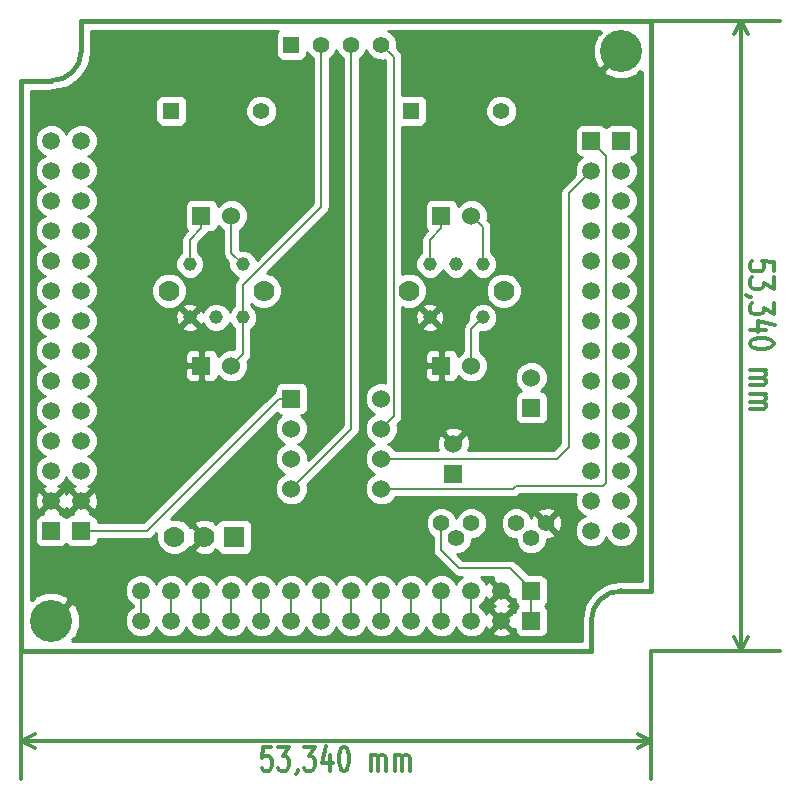
<source format=gbl>
G04 (created by PCBNEW (2013-mar-13)-testing) date Thu 23 May 2013 05:01:18 PM CEST*
%MOIN*%
G04 Gerber Fmt 3.4, Leading zero omitted, Abs format*
%FSLAX34Y34*%
G01*
G70*
G90*
G04 APERTURE LIST*
%ADD10C,0.005906*%
%ADD11C,0.015000*%
%ADD12C,0.012000*%
%ADD13R,0.059100X0.059100*%
%ADD14C,0.059100*%
%ADD15C,0.140000*%
%ADD16C,0.055118*%
%ADD17R,0.060000X0.060000*%
%ADD18C,0.060000*%
%ADD19C,0.046000*%
%ADD20C,0.070000*%
%ADD21R,0.056000X0.056000*%
%ADD22C,0.056000*%
%ADD23R,0.055000X0.055000*%
%ADD24C,0.055000*%
%ADD25R,0.070000X0.070000*%
%ADD26C,0.028000*%
%ADD27C,0.008000*%
%ADD28C,0.006000*%
%ADD29C,0.010000*%
G04 APERTURE END LIST*
G54D10*
G54D11*
X19000Y-40000D02*
X19000Y-21000D01*
X38000Y-40000D02*
X19000Y-40000D01*
X40000Y-19000D02*
X40000Y-38000D01*
X21000Y-19000D02*
X40000Y-19000D01*
X39000Y-38000D02*
X40000Y-38000D01*
X38000Y-39500D02*
X38000Y-40000D01*
X19500Y-21000D02*
X19000Y-21000D01*
X21000Y-19500D02*
X21000Y-19000D01*
X20000Y-21000D02*
X19500Y-21000D01*
X21000Y-20000D02*
X21000Y-19500D01*
X38000Y-39000D02*
X38000Y-39500D01*
X39000Y-38000D02*
G75*
G03X38000Y-39000I0J-1000D01*
G74*
G01*
X20000Y-21000D02*
G75*
G03X21000Y-20000I0J1000D01*
G74*
G01*
G54D12*
X44077Y-27328D02*
X44077Y-27042D01*
X43696Y-27014D01*
X43734Y-27042D01*
X43772Y-27099D01*
X43772Y-27242D01*
X43734Y-27299D01*
X43696Y-27328D01*
X43619Y-27357D01*
X43429Y-27357D01*
X43353Y-27328D01*
X43315Y-27299D01*
X43277Y-27242D01*
X43277Y-27099D01*
X43315Y-27042D01*
X43353Y-27014D01*
X44077Y-27557D02*
X44077Y-27928D01*
X43772Y-27728D01*
X43772Y-27814D01*
X43734Y-27871D01*
X43696Y-27899D01*
X43619Y-27928D01*
X43429Y-27928D01*
X43353Y-27899D01*
X43315Y-27871D01*
X43277Y-27814D01*
X43277Y-27642D01*
X43315Y-27585D01*
X43353Y-27557D01*
X43315Y-28214D02*
X43277Y-28214D01*
X43200Y-28185D01*
X43162Y-28157D01*
X44077Y-28414D02*
X44077Y-28785D01*
X43772Y-28585D01*
X43772Y-28671D01*
X43734Y-28728D01*
X43696Y-28757D01*
X43619Y-28785D01*
X43429Y-28785D01*
X43353Y-28757D01*
X43315Y-28728D01*
X43277Y-28671D01*
X43277Y-28500D01*
X43315Y-28442D01*
X43353Y-28414D01*
X43810Y-29300D02*
X43277Y-29300D01*
X44115Y-29157D02*
X43543Y-29014D01*
X43543Y-29385D01*
X44077Y-29728D02*
X44077Y-29785D01*
X44039Y-29842D01*
X44000Y-29871D01*
X43924Y-29900D01*
X43772Y-29928D01*
X43581Y-29928D01*
X43429Y-29900D01*
X43353Y-29871D01*
X43315Y-29842D01*
X43277Y-29785D01*
X43277Y-29728D01*
X43315Y-29671D01*
X43353Y-29642D01*
X43429Y-29614D01*
X43581Y-29585D01*
X43772Y-29585D01*
X43924Y-29614D01*
X44000Y-29642D01*
X44039Y-29671D01*
X44077Y-29728D01*
X43277Y-30642D02*
X43810Y-30642D01*
X43734Y-30642D02*
X43772Y-30671D01*
X43810Y-30728D01*
X43810Y-30814D01*
X43772Y-30871D01*
X43696Y-30900D01*
X43277Y-30900D01*
X43696Y-30900D02*
X43772Y-30928D01*
X43810Y-30985D01*
X43810Y-31071D01*
X43772Y-31128D01*
X43696Y-31157D01*
X43277Y-31157D01*
X43277Y-31442D02*
X43810Y-31442D01*
X43734Y-31442D02*
X43772Y-31471D01*
X43810Y-31528D01*
X43810Y-31614D01*
X43772Y-31671D01*
X43696Y-31700D01*
X43277Y-31700D01*
X43696Y-31700D02*
X43772Y-31728D01*
X43810Y-31785D01*
X43810Y-31871D01*
X43772Y-31928D01*
X43696Y-31957D01*
X43277Y-31957D01*
X42999Y-19000D02*
X42999Y-40000D01*
X40000Y-19000D02*
X44279Y-19000D01*
X40000Y-40000D02*
X44279Y-40000D01*
X42999Y-40000D02*
X42769Y-39557D01*
X42999Y-40000D02*
X43229Y-39557D01*
X42999Y-19000D02*
X42769Y-19443D01*
X42999Y-19000D02*
X43229Y-19443D01*
X27328Y-43200D02*
X27042Y-43200D01*
X27014Y-43581D01*
X27042Y-43543D01*
X27099Y-43505D01*
X27242Y-43505D01*
X27299Y-43543D01*
X27328Y-43581D01*
X27357Y-43658D01*
X27357Y-43848D01*
X27328Y-43924D01*
X27299Y-43962D01*
X27242Y-44000D01*
X27099Y-44000D01*
X27042Y-43962D01*
X27014Y-43924D01*
X27557Y-43200D02*
X27928Y-43200D01*
X27728Y-43505D01*
X27814Y-43505D01*
X27871Y-43543D01*
X27899Y-43581D01*
X27928Y-43658D01*
X27928Y-43848D01*
X27899Y-43924D01*
X27871Y-43962D01*
X27814Y-44000D01*
X27642Y-44000D01*
X27585Y-43962D01*
X27557Y-43924D01*
X28214Y-43962D02*
X28214Y-44000D01*
X28185Y-44077D01*
X28157Y-44115D01*
X28414Y-43200D02*
X28785Y-43200D01*
X28585Y-43505D01*
X28671Y-43505D01*
X28728Y-43543D01*
X28757Y-43581D01*
X28785Y-43658D01*
X28785Y-43848D01*
X28757Y-43924D01*
X28728Y-43962D01*
X28671Y-44000D01*
X28500Y-44000D01*
X28442Y-43962D01*
X28414Y-43924D01*
X29300Y-43467D02*
X29300Y-44000D01*
X29157Y-43162D02*
X29014Y-43734D01*
X29385Y-43734D01*
X29728Y-43200D02*
X29785Y-43200D01*
X29842Y-43239D01*
X29871Y-43277D01*
X29900Y-43353D01*
X29928Y-43505D01*
X29928Y-43696D01*
X29900Y-43848D01*
X29871Y-43924D01*
X29842Y-43962D01*
X29785Y-44000D01*
X29728Y-44000D01*
X29671Y-43962D01*
X29642Y-43924D01*
X29614Y-43848D01*
X29585Y-43696D01*
X29585Y-43505D01*
X29614Y-43353D01*
X29642Y-43277D01*
X29671Y-43239D01*
X29728Y-43200D01*
X30642Y-44000D02*
X30642Y-43467D01*
X30642Y-43543D02*
X30671Y-43505D01*
X30728Y-43467D01*
X30814Y-43467D01*
X30871Y-43505D01*
X30900Y-43581D01*
X30900Y-44000D01*
X30900Y-43581D02*
X30928Y-43505D01*
X30985Y-43467D01*
X31071Y-43467D01*
X31128Y-43505D01*
X31157Y-43581D01*
X31157Y-44000D01*
X31442Y-44000D02*
X31442Y-43467D01*
X31442Y-43543D02*
X31471Y-43505D01*
X31528Y-43467D01*
X31614Y-43467D01*
X31671Y-43505D01*
X31700Y-43581D01*
X31700Y-44000D01*
X31700Y-43581D02*
X31728Y-43505D01*
X31785Y-43467D01*
X31871Y-43467D01*
X31928Y-43505D01*
X31957Y-43581D01*
X31957Y-44000D01*
X19000Y-42999D02*
X40000Y-42999D01*
X19000Y-40000D02*
X19000Y-44279D01*
X40000Y-40000D02*
X40000Y-44279D01*
X40000Y-42999D02*
X39557Y-43229D01*
X40000Y-42999D02*
X39557Y-42769D01*
X19000Y-42999D02*
X19443Y-43229D01*
X19000Y-42999D02*
X19443Y-42769D01*
G54D13*
X36000Y-39000D03*
G54D14*
X35000Y-39000D03*
X34000Y-39000D03*
X33000Y-39000D03*
X32000Y-39000D03*
X31000Y-39000D03*
X30000Y-39000D03*
X29000Y-39000D03*
X28000Y-39000D03*
X27000Y-39000D03*
X26000Y-39000D03*
X25000Y-39000D03*
X24000Y-39000D03*
X23000Y-39000D03*
G54D13*
X39000Y-23000D03*
G54D14*
X39000Y-24000D03*
X39000Y-25000D03*
X39000Y-26000D03*
X39000Y-27000D03*
X39000Y-28000D03*
X39000Y-29000D03*
X39000Y-30000D03*
X39000Y-31000D03*
X39000Y-32000D03*
X39000Y-33000D03*
X39000Y-34000D03*
X39000Y-35000D03*
X39000Y-36000D03*
G54D13*
X21000Y-36000D03*
G54D14*
X21000Y-35000D03*
X21000Y-34000D03*
X21000Y-33000D03*
X21000Y-32000D03*
X21000Y-31000D03*
X21000Y-30000D03*
X21000Y-29000D03*
X21000Y-28000D03*
X21000Y-27000D03*
X21000Y-26000D03*
X21000Y-25000D03*
X21000Y-24000D03*
X21000Y-23000D03*
G54D13*
X20000Y-36000D03*
G54D14*
X20000Y-35000D03*
X20000Y-34000D03*
X20000Y-33000D03*
X20000Y-32000D03*
X20000Y-31000D03*
X20000Y-30000D03*
X20000Y-29000D03*
X20000Y-28000D03*
X20000Y-27000D03*
X20000Y-26000D03*
X20000Y-25000D03*
X20000Y-24000D03*
X20000Y-23000D03*
G54D13*
X38000Y-23000D03*
G54D14*
X38000Y-24000D03*
X38000Y-25000D03*
X38000Y-26000D03*
X38000Y-27000D03*
X38000Y-28000D03*
X38000Y-29000D03*
X38000Y-30000D03*
X38000Y-31000D03*
X38000Y-32000D03*
X38000Y-33000D03*
X38000Y-34000D03*
X38000Y-35000D03*
X38000Y-36000D03*
G54D13*
X36000Y-38000D03*
G54D14*
X35000Y-38000D03*
X34000Y-38000D03*
X33000Y-38000D03*
X32000Y-38000D03*
X31000Y-38000D03*
X30000Y-38000D03*
X29000Y-38000D03*
X28000Y-38000D03*
X27000Y-38000D03*
X26000Y-38000D03*
X25000Y-38000D03*
X24000Y-38000D03*
X23000Y-38000D03*
G54D15*
X20000Y-39000D03*
X39000Y-20000D03*
G54D16*
X36500Y-35750D03*
X36000Y-36250D03*
X35500Y-35750D03*
X34000Y-35750D03*
X33500Y-36250D03*
X33000Y-35750D03*
G54D17*
X28000Y-31600D03*
G54D18*
X28000Y-32600D03*
X28000Y-33600D03*
X28000Y-34600D03*
X31000Y-34600D03*
X31000Y-33600D03*
X31000Y-32600D03*
X31000Y-31600D03*
G54D17*
X33000Y-30500D03*
G54D18*
X34000Y-30500D03*
G54D17*
X25000Y-25500D03*
G54D18*
X26000Y-25500D03*
G54D17*
X33000Y-25500D03*
G54D18*
X34000Y-25500D03*
G54D17*
X25000Y-30500D03*
G54D18*
X26000Y-30500D03*
G54D19*
X24614Y-28885D03*
X25500Y-28885D03*
X26385Y-28885D03*
X26385Y-27114D03*
X24614Y-27114D03*
G54D20*
X27074Y-28000D03*
X23925Y-28000D03*
G54D19*
X34385Y-27114D03*
X33500Y-27114D03*
X32614Y-27114D03*
X32614Y-28885D03*
X34385Y-28885D03*
G54D20*
X31925Y-28000D03*
X35074Y-28000D03*
G54D21*
X32000Y-22000D03*
G54D22*
X35000Y-22000D03*
G54D21*
X24000Y-22000D03*
G54D22*
X27000Y-22000D03*
G54D17*
X33400Y-34100D03*
G54D18*
X33400Y-33100D03*
G54D17*
X36000Y-31900D03*
G54D18*
X36000Y-30900D03*
G54D23*
X28000Y-19800D03*
G54D24*
X29000Y-19800D03*
X30000Y-19800D03*
X31000Y-19800D03*
G54D20*
X24100Y-36200D03*
X25100Y-36200D03*
G54D25*
X26100Y-36200D03*
G54D26*
X35650Y-24850D03*
X22500Y-20200D03*
X20950Y-21800D03*
X23550Y-25100D03*
X22500Y-30050D03*
X22500Y-32000D03*
X28550Y-27650D03*
X27950Y-30400D03*
X30450Y-35500D03*
X30050Y-33550D03*
G54D27*
X36000Y-38000D02*
X36000Y-37950D01*
X33000Y-36650D02*
X33000Y-35750D01*
X33600Y-37250D02*
X33000Y-36650D01*
X35300Y-37250D02*
X33600Y-37250D01*
X36000Y-37950D02*
X35300Y-37250D01*
X36000Y-38000D02*
X36000Y-39000D01*
X23179Y-36000D02*
X21000Y-36000D01*
X27579Y-31600D02*
X23179Y-36000D01*
X28000Y-31600D02*
X27579Y-31600D01*
G54D28*
X23000Y-38000D02*
X23000Y-39000D01*
X26385Y-27811D02*
X26385Y-28885D01*
X29000Y-25197D02*
X26385Y-27811D01*
X29000Y-19800D02*
X29000Y-25197D01*
X26385Y-30114D02*
X26000Y-30500D01*
X26385Y-28885D02*
X26385Y-30114D01*
X30000Y-32600D02*
X28000Y-34600D01*
X30000Y-19800D02*
X30000Y-32600D01*
X25000Y-38000D02*
X25000Y-39000D01*
X24000Y-38000D02*
X24000Y-39000D01*
G54D27*
X39000Y-20000D02*
X38250Y-20750D01*
X36150Y-24350D02*
X35650Y-24850D01*
X36150Y-22850D02*
X36150Y-24350D01*
X38250Y-20750D02*
X36150Y-22850D01*
X23600Y-24450D02*
X20950Y-21800D01*
X23600Y-25050D02*
X23600Y-24450D01*
X23550Y-25100D02*
X23600Y-25050D01*
X22500Y-32000D02*
X22500Y-30050D01*
X28550Y-29800D02*
X28550Y-27650D01*
X27950Y-30400D02*
X28550Y-29800D01*
X30150Y-35200D02*
X30450Y-35500D01*
X30150Y-33650D02*
X30150Y-35200D01*
X30050Y-33550D02*
X30150Y-33650D01*
G54D28*
X32614Y-26295D02*
X32614Y-27114D01*
X33000Y-25910D02*
X32614Y-26295D01*
X33000Y-25500D02*
X33000Y-25910D01*
X34385Y-25885D02*
X34000Y-25500D01*
X34385Y-27114D02*
X34385Y-25885D01*
X34000Y-29271D02*
X34000Y-30500D01*
X34385Y-28885D02*
X34000Y-29271D01*
X24614Y-26295D02*
X24614Y-27114D01*
X25000Y-25910D02*
X24614Y-26295D01*
X25000Y-25500D02*
X25000Y-25910D01*
X26000Y-26728D02*
X26000Y-25500D01*
X26385Y-27114D02*
X26000Y-26728D01*
X26000Y-38000D02*
X26000Y-39000D01*
X33000Y-38000D02*
X33000Y-39000D01*
X32000Y-38000D02*
X32000Y-39000D01*
X31000Y-33600D02*
X36850Y-33600D01*
X37250Y-24750D02*
X38000Y-24000D01*
X37250Y-33200D02*
X37250Y-24750D01*
X36850Y-33600D02*
X37250Y-33200D01*
X31000Y-34600D02*
X35400Y-34600D01*
X38500Y-23500D02*
X38000Y-23000D01*
X38500Y-34400D02*
X38500Y-23500D01*
X38400Y-34500D02*
X38500Y-34400D01*
X35500Y-34500D02*
X38400Y-34500D01*
X35400Y-34600D02*
X35500Y-34500D01*
X27000Y-38000D02*
X27000Y-39000D01*
X29000Y-38000D02*
X29000Y-39000D01*
X30000Y-38000D02*
X30000Y-39000D01*
X31000Y-38000D02*
X31000Y-39000D01*
X28000Y-38000D02*
X28000Y-39000D01*
X34000Y-38000D02*
X34000Y-39000D01*
X31414Y-32185D02*
X31000Y-32600D01*
X31414Y-20214D02*
X31414Y-32185D01*
X31000Y-19800D02*
X31414Y-20214D01*
G54D10*
G36*
X39675Y-37675D02*
X39604Y-37675D01*
X39000Y-37675D01*
X38968Y-37681D01*
X38936Y-37681D01*
X38553Y-37757D01*
X38553Y-37757D01*
X38495Y-37781D01*
X38436Y-37805D01*
X38436Y-37805D01*
X38112Y-38022D01*
X38112Y-38022D01*
X38022Y-38112D01*
X37805Y-38436D01*
X37805Y-38436D01*
X37771Y-38519D01*
X37757Y-38553D01*
X37757Y-38553D01*
X37681Y-38936D01*
X37681Y-38968D01*
X37675Y-39000D01*
X37675Y-39500D01*
X37675Y-39675D01*
X37030Y-39675D01*
X37030Y-35825D01*
X37019Y-35617D01*
X36961Y-35476D01*
X36868Y-35452D01*
X36797Y-35523D01*
X36797Y-35381D01*
X36773Y-35288D01*
X36575Y-35219D01*
X36367Y-35230D01*
X36226Y-35288D01*
X36202Y-35381D01*
X36500Y-35679D01*
X36797Y-35381D01*
X36797Y-35523D01*
X36570Y-35750D01*
X36868Y-36047D01*
X36961Y-36023D01*
X37030Y-35825D01*
X37030Y-39675D01*
X36797Y-39675D01*
X36797Y-36118D01*
X36500Y-35820D01*
X36494Y-35826D01*
X36423Y-35755D01*
X36429Y-35750D01*
X36131Y-35452D01*
X36038Y-35476D01*
X36000Y-35585D01*
X35945Y-35452D01*
X35798Y-35304D01*
X35605Y-35224D01*
X35395Y-35224D01*
X35202Y-35304D01*
X35054Y-35451D01*
X34974Y-35644D01*
X34974Y-35854D01*
X35054Y-36047D01*
X35201Y-36195D01*
X35394Y-36275D01*
X35474Y-36275D01*
X35474Y-36354D01*
X35554Y-36547D01*
X35701Y-36695D01*
X35894Y-36775D01*
X36104Y-36775D01*
X36297Y-36695D01*
X36445Y-36548D01*
X36525Y-36355D01*
X36525Y-36274D01*
X36632Y-36269D01*
X36773Y-36211D01*
X36797Y-36118D01*
X36797Y-39675D01*
X36545Y-39675D01*
X36545Y-39345D01*
X36545Y-39245D01*
X36545Y-38654D01*
X36507Y-38562D01*
X36444Y-38499D01*
X36507Y-38437D01*
X36545Y-38345D01*
X36545Y-38245D01*
X36545Y-37654D01*
X36507Y-37562D01*
X36437Y-37492D01*
X36345Y-37454D01*
X36245Y-37454D01*
X35914Y-37454D01*
X35505Y-37044D01*
X35410Y-36982D01*
X35300Y-36960D01*
X33720Y-36960D01*
X33535Y-36775D01*
X33604Y-36775D01*
X33797Y-36695D01*
X33945Y-36548D01*
X34025Y-36355D01*
X34025Y-36275D01*
X34104Y-36275D01*
X34297Y-36195D01*
X34445Y-36048D01*
X34525Y-35855D01*
X34525Y-35645D01*
X34445Y-35452D01*
X34298Y-35304D01*
X34105Y-35224D01*
X33895Y-35224D01*
X33702Y-35304D01*
X33554Y-35451D01*
X33499Y-35583D01*
X33445Y-35452D01*
X33298Y-35304D01*
X33105Y-35224D01*
X32895Y-35224D01*
X32702Y-35304D01*
X32554Y-35451D01*
X32474Y-35644D01*
X32474Y-35854D01*
X32554Y-36047D01*
X32701Y-36195D01*
X32710Y-36198D01*
X32710Y-36650D01*
X32732Y-36760D01*
X32794Y-36855D01*
X33394Y-37455D01*
X33489Y-37517D01*
X33600Y-37540D01*
X33688Y-37540D01*
X33537Y-37690D01*
X33500Y-37781D01*
X33462Y-37691D01*
X33309Y-37537D01*
X33108Y-37454D01*
X32891Y-37454D01*
X32691Y-37537D01*
X32537Y-37690D01*
X32500Y-37781D01*
X32462Y-37691D01*
X32309Y-37537D01*
X32108Y-37454D01*
X31891Y-37454D01*
X31691Y-37537D01*
X31537Y-37690D01*
X31500Y-37781D01*
X31462Y-37691D01*
X31309Y-37537D01*
X31108Y-37454D01*
X30891Y-37454D01*
X30691Y-37537D01*
X30537Y-37690D01*
X30500Y-37781D01*
X30462Y-37691D01*
X30309Y-37537D01*
X30108Y-37454D01*
X29891Y-37454D01*
X29691Y-37537D01*
X29537Y-37690D01*
X29500Y-37781D01*
X29462Y-37691D01*
X29309Y-37537D01*
X29108Y-37454D01*
X28891Y-37454D01*
X28691Y-37537D01*
X28537Y-37690D01*
X28500Y-37781D01*
X28462Y-37691D01*
X28309Y-37537D01*
X28108Y-37454D01*
X27891Y-37454D01*
X27691Y-37537D01*
X27537Y-37690D01*
X27500Y-37781D01*
X27462Y-37691D01*
X27309Y-37537D01*
X27108Y-37454D01*
X26891Y-37454D01*
X26700Y-37533D01*
X26700Y-36599D01*
X26700Y-36500D01*
X26700Y-35800D01*
X26661Y-35708D01*
X26591Y-35638D01*
X26499Y-35600D01*
X26400Y-35600D01*
X25700Y-35600D01*
X25608Y-35638D01*
X25538Y-35708D01*
X25518Y-35754D01*
X25496Y-35732D01*
X25451Y-35777D01*
X25417Y-35677D01*
X25193Y-35595D01*
X24955Y-35605D01*
X24782Y-35677D01*
X24748Y-35777D01*
X25100Y-36129D01*
X25105Y-36123D01*
X25176Y-36194D01*
X25170Y-36200D01*
X25176Y-36205D01*
X25105Y-36276D01*
X25100Y-36270D01*
X24748Y-36622D01*
X24782Y-36722D01*
X25006Y-36804D01*
X25244Y-36794D01*
X25417Y-36722D01*
X25451Y-36622D01*
X25451Y-36622D01*
X25496Y-36667D01*
X25518Y-36645D01*
X25538Y-36691D01*
X25608Y-36761D01*
X25700Y-36800D01*
X25799Y-36800D01*
X26499Y-36800D01*
X26591Y-36761D01*
X26661Y-36691D01*
X26700Y-36599D01*
X26700Y-37533D01*
X26691Y-37537D01*
X26537Y-37690D01*
X26500Y-37781D01*
X26462Y-37691D01*
X26309Y-37537D01*
X26108Y-37454D01*
X25891Y-37454D01*
X25691Y-37537D01*
X25537Y-37690D01*
X25500Y-37781D01*
X25462Y-37691D01*
X25451Y-37680D01*
X25309Y-37537D01*
X25108Y-37454D01*
X24891Y-37454D01*
X24691Y-37537D01*
X24537Y-37690D01*
X24500Y-37781D01*
X24462Y-37691D01*
X24309Y-37537D01*
X24108Y-37454D01*
X23891Y-37454D01*
X23691Y-37537D01*
X23537Y-37690D01*
X23500Y-37781D01*
X23462Y-37691D01*
X23309Y-37537D01*
X23108Y-37454D01*
X22891Y-37454D01*
X22691Y-37537D01*
X22537Y-37690D01*
X22454Y-37891D01*
X22454Y-38108D01*
X22537Y-38308D01*
X22690Y-38462D01*
X22720Y-38474D01*
X22720Y-38525D01*
X22691Y-38537D01*
X22537Y-38690D01*
X22454Y-38891D01*
X22454Y-39108D01*
X22537Y-39308D01*
X22690Y-39462D01*
X22891Y-39545D01*
X23108Y-39545D01*
X23308Y-39462D01*
X23462Y-39309D01*
X23499Y-39218D01*
X23537Y-39308D01*
X23690Y-39462D01*
X23891Y-39545D01*
X24108Y-39545D01*
X24308Y-39462D01*
X24462Y-39309D01*
X24499Y-39218D01*
X24537Y-39308D01*
X24690Y-39462D01*
X24891Y-39545D01*
X25108Y-39545D01*
X25308Y-39462D01*
X25462Y-39309D01*
X25499Y-39218D01*
X25537Y-39308D01*
X25690Y-39462D01*
X25891Y-39545D01*
X26108Y-39545D01*
X26308Y-39462D01*
X26462Y-39309D01*
X26499Y-39218D01*
X26537Y-39308D01*
X26690Y-39462D01*
X26891Y-39545D01*
X27108Y-39545D01*
X27308Y-39462D01*
X27462Y-39309D01*
X27499Y-39218D01*
X27537Y-39308D01*
X27690Y-39462D01*
X27891Y-39545D01*
X28108Y-39545D01*
X28308Y-39462D01*
X28462Y-39309D01*
X28499Y-39218D01*
X28537Y-39308D01*
X28690Y-39462D01*
X28891Y-39545D01*
X29108Y-39545D01*
X29308Y-39462D01*
X29462Y-39309D01*
X29499Y-39218D01*
X29537Y-39308D01*
X29690Y-39462D01*
X29891Y-39545D01*
X30108Y-39545D01*
X30308Y-39462D01*
X30462Y-39309D01*
X30499Y-39218D01*
X30537Y-39308D01*
X30690Y-39462D01*
X30891Y-39545D01*
X31108Y-39545D01*
X31308Y-39462D01*
X31462Y-39309D01*
X31499Y-39218D01*
X31537Y-39308D01*
X31690Y-39462D01*
X31891Y-39545D01*
X32108Y-39545D01*
X32308Y-39462D01*
X32462Y-39309D01*
X32499Y-39218D01*
X32537Y-39308D01*
X32690Y-39462D01*
X32891Y-39545D01*
X33108Y-39545D01*
X33308Y-39462D01*
X33462Y-39309D01*
X33499Y-39218D01*
X33537Y-39308D01*
X33690Y-39462D01*
X33891Y-39545D01*
X34108Y-39545D01*
X34308Y-39462D01*
X34462Y-39309D01*
X34497Y-39224D01*
X34522Y-39285D01*
X34617Y-39311D01*
X34929Y-39000D01*
X34617Y-38688D01*
X34522Y-38714D01*
X34499Y-38779D01*
X34462Y-38691D01*
X34309Y-38537D01*
X34280Y-38525D01*
X34280Y-38474D01*
X34308Y-38462D01*
X34462Y-38309D01*
X34497Y-38224D01*
X34522Y-38285D01*
X34617Y-38311D01*
X34929Y-38000D01*
X34617Y-37688D01*
X34522Y-37714D01*
X34499Y-37779D01*
X34462Y-37691D01*
X34311Y-37540D01*
X34709Y-37540D01*
X34688Y-37617D01*
X35000Y-37929D01*
X35005Y-37923D01*
X35076Y-37994D01*
X35070Y-38000D01*
X35382Y-38311D01*
X35454Y-38291D01*
X35454Y-38345D01*
X35492Y-38437D01*
X35555Y-38500D01*
X35492Y-38562D01*
X35454Y-38654D01*
X35454Y-38708D01*
X35382Y-38688D01*
X35311Y-38758D01*
X35311Y-38617D01*
X35285Y-38522D01*
X35226Y-38501D01*
X35285Y-38477D01*
X35311Y-38382D01*
X35000Y-38070D01*
X34688Y-38382D01*
X34714Y-38477D01*
X34773Y-38498D01*
X34714Y-38522D01*
X34688Y-38617D01*
X35000Y-38929D01*
X35311Y-38617D01*
X35311Y-38758D01*
X35070Y-39000D01*
X35382Y-39311D01*
X35454Y-39291D01*
X35454Y-39345D01*
X35492Y-39437D01*
X35562Y-39507D01*
X35654Y-39545D01*
X35754Y-39545D01*
X36345Y-39545D01*
X36437Y-39507D01*
X36507Y-39437D01*
X36545Y-39345D01*
X36545Y-39675D01*
X35311Y-39675D01*
X35311Y-39382D01*
X35000Y-39070D01*
X34688Y-39382D01*
X34714Y-39477D01*
X34919Y-39550D01*
X35136Y-39539D01*
X35285Y-39477D01*
X35311Y-39382D01*
X35311Y-39675D01*
X20952Y-39675D01*
X20693Y-39675D01*
X20719Y-39648D01*
X20675Y-39604D01*
X20811Y-39528D01*
X20952Y-39177D01*
X20947Y-38799D01*
X20811Y-38471D01*
X20675Y-38395D01*
X20604Y-38466D01*
X20070Y-39000D01*
X20076Y-39005D01*
X20005Y-39076D01*
X20000Y-39070D01*
X19994Y-39076D01*
X19923Y-39005D01*
X19929Y-39000D01*
X19923Y-38994D01*
X19994Y-38923D01*
X20000Y-38929D01*
X20604Y-38324D01*
X20528Y-38188D01*
X20177Y-38047D01*
X19799Y-38052D01*
X19471Y-38188D01*
X19395Y-38324D01*
X19351Y-38280D01*
X19325Y-38306D01*
X19325Y-21325D01*
X19500Y-21325D01*
X20000Y-21325D01*
X20031Y-21318D01*
X20063Y-21318D01*
X20446Y-21242D01*
X20446Y-21242D01*
X20446Y-21242D01*
X20480Y-21228D01*
X20563Y-21194D01*
X20563Y-21194D01*
X20563Y-21194D01*
X20887Y-20977D01*
X20887Y-20977D01*
X20977Y-20887D01*
X20977Y-20887D01*
X20977Y-20887D01*
X21194Y-20563D01*
X21194Y-20563D01*
X21194Y-20563D01*
X21218Y-20504D01*
X21242Y-20446D01*
X21242Y-20446D01*
X21242Y-20446D01*
X21318Y-20063D01*
X21318Y-20031D01*
X21325Y-20000D01*
X21325Y-19500D01*
X21325Y-19325D01*
X27571Y-19325D01*
X27513Y-19383D01*
X27475Y-19475D01*
X27475Y-19574D01*
X27475Y-20124D01*
X27513Y-20216D01*
X27583Y-20286D01*
X27675Y-20325D01*
X27774Y-20325D01*
X28324Y-20325D01*
X28416Y-20286D01*
X28486Y-20216D01*
X28525Y-20124D01*
X28525Y-20025D01*
X28525Y-20025D01*
X28554Y-20097D01*
X28702Y-20244D01*
X28720Y-20252D01*
X28720Y-25081D01*
X27530Y-26271D01*
X27530Y-21895D01*
X27449Y-21700D01*
X27300Y-21550D01*
X27105Y-21470D01*
X26895Y-21469D01*
X26700Y-21550D01*
X26550Y-21699D01*
X26470Y-21894D01*
X26469Y-22104D01*
X26550Y-22299D01*
X26699Y-22449D01*
X26894Y-22529D01*
X27104Y-22530D01*
X27299Y-22449D01*
X27449Y-22300D01*
X27529Y-22105D01*
X27530Y-21895D01*
X27530Y-26271D01*
X26841Y-26960D01*
X26792Y-26842D01*
X26658Y-26707D01*
X26481Y-26634D01*
X26301Y-26634D01*
X26280Y-26612D01*
X26280Y-25979D01*
X26311Y-25966D01*
X26465Y-25811D01*
X26549Y-25609D01*
X26550Y-25391D01*
X26466Y-25188D01*
X26311Y-25034D01*
X26109Y-24950D01*
X25891Y-24949D01*
X25688Y-25033D01*
X25550Y-25172D01*
X25550Y-25150D01*
X25511Y-25058D01*
X25441Y-24988D01*
X25349Y-24950D01*
X25250Y-24950D01*
X24650Y-24950D01*
X24558Y-24988D01*
X24530Y-25016D01*
X24530Y-22329D01*
X24530Y-22230D01*
X24530Y-21670D01*
X24491Y-21578D01*
X24421Y-21508D01*
X24329Y-21470D01*
X24230Y-21470D01*
X23670Y-21470D01*
X23578Y-21508D01*
X23508Y-21578D01*
X23470Y-21670D01*
X23470Y-21769D01*
X23470Y-22329D01*
X23508Y-22421D01*
X23578Y-22491D01*
X23670Y-22530D01*
X23769Y-22530D01*
X24329Y-22530D01*
X24421Y-22491D01*
X24491Y-22421D01*
X24530Y-22329D01*
X24530Y-25016D01*
X24488Y-25058D01*
X24450Y-25150D01*
X24450Y-25249D01*
X24450Y-25849D01*
X24488Y-25941D01*
X24530Y-25983D01*
X24416Y-26097D01*
X24355Y-26188D01*
X24334Y-26295D01*
X24334Y-26715D01*
X24207Y-26841D01*
X24134Y-27018D01*
X24134Y-27209D01*
X24207Y-27385D01*
X24341Y-27520D01*
X24518Y-27594D01*
X24709Y-27594D01*
X24885Y-27521D01*
X25020Y-27386D01*
X25094Y-27210D01*
X25094Y-27019D01*
X25021Y-26842D01*
X24894Y-26715D01*
X24894Y-26411D01*
X25197Y-26108D01*
X25197Y-26108D01*
X25236Y-26050D01*
X25349Y-26050D01*
X25441Y-26011D01*
X25511Y-25941D01*
X25550Y-25849D01*
X25550Y-25827D01*
X25688Y-25965D01*
X25720Y-25979D01*
X25720Y-26728D01*
X25741Y-26835D01*
X25802Y-26926D01*
X25905Y-27030D01*
X25905Y-27209D01*
X25978Y-27385D01*
X26113Y-27520D01*
X26231Y-27569D01*
X26187Y-27613D01*
X26127Y-27704D01*
X26105Y-27811D01*
X26105Y-28487D01*
X25979Y-28613D01*
X25942Y-28700D01*
X25907Y-28614D01*
X25772Y-28479D01*
X25595Y-28405D01*
X25404Y-28405D01*
X25228Y-28478D01*
X25093Y-28613D01*
X25059Y-28694D01*
X25037Y-28640D01*
X24949Y-28621D01*
X24878Y-28692D01*
X24878Y-28550D01*
X24859Y-28462D01*
X24679Y-28400D01*
X24525Y-28410D01*
X24525Y-27881D01*
X24434Y-27660D01*
X24265Y-27491D01*
X24045Y-27400D01*
X23806Y-27399D01*
X23585Y-27491D01*
X23416Y-27659D01*
X23325Y-27880D01*
X23325Y-28118D01*
X23416Y-28339D01*
X23584Y-28508D01*
X23805Y-28599D01*
X24044Y-28600D01*
X24264Y-28508D01*
X24433Y-28340D01*
X24525Y-28119D01*
X24525Y-27881D01*
X24525Y-28410D01*
X24488Y-28412D01*
X24368Y-28462D01*
X24349Y-28550D01*
X24614Y-28815D01*
X24878Y-28550D01*
X24878Y-28692D01*
X24684Y-28885D01*
X24949Y-29150D01*
X25037Y-29131D01*
X25057Y-29072D01*
X25092Y-29157D01*
X25227Y-29292D01*
X25404Y-29365D01*
X25595Y-29365D01*
X25771Y-29292D01*
X25906Y-29158D01*
X25942Y-29070D01*
X25978Y-29157D01*
X26105Y-29284D01*
X26105Y-29950D01*
X25891Y-29949D01*
X25688Y-30033D01*
X25550Y-30172D01*
X25550Y-30150D01*
X25511Y-30058D01*
X25441Y-29988D01*
X25349Y-29950D01*
X25112Y-29950D01*
X25050Y-30012D01*
X25050Y-30450D01*
X25057Y-30450D01*
X25057Y-30550D01*
X25050Y-30550D01*
X25050Y-30987D01*
X25112Y-31050D01*
X25349Y-31050D01*
X25441Y-31011D01*
X25511Y-30941D01*
X25550Y-30849D01*
X25550Y-30827D01*
X25688Y-30965D01*
X25890Y-31049D01*
X26108Y-31050D01*
X26311Y-30966D01*
X26465Y-30811D01*
X26549Y-30609D01*
X26550Y-30391D01*
X26536Y-30359D01*
X26583Y-30312D01*
X26583Y-30312D01*
X26644Y-30221D01*
X26644Y-30221D01*
X26648Y-30203D01*
X26665Y-30114D01*
X26665Y-30114D01*
X26665Y-29284D01*
X26792Y-29158D01*
X26865Y-28981D01*
X26865Y-28790D01*
X26792Y-28614D01*
X26665Y-28486D01*
X26665Y-28439D01*
X26734Y-28508D01*
X26954Y-28599D01*
X27193Y-28600D01*
X27414Y-28508D01*
X27583Y-28340D01*
X27674Y-28119D01*
X27674Y-27881D01*
X27583Y-27660D01*
X27415Y-27491D01*
X27194Y-27400D01*
X27193Y-27400D01*
X29197Y-25395D01*
X29258Y-25304D01*
X29258Y-25304D01*
X29262Y-25286D01*
X29279Y-25197D01*
X29280Y-25197D01*
X29280Y-20252D01*
X29297Y-20245D01*
X29444Y-20097D01*
X29500Y-19964D01*
X29554Y-20097D01*
X29702Y-20244D01*
X29720Y-20252D01*
X29720Y-32484D01*
X28549Y-33654D01*
X28550Y-33491D01*
X28466Y-33288D01*
X28311Y-33134D01*
X28230Y-33100D01*
X28311Y-33066D01*
X28465Y-32911D01*
X28549Y-32709D01*
X28550Y-32491D01*
X28466Y-32288D01*
X28327Y-32150D01*
X28349Y-32150D01*
X28441Y-32111D01*
X28511Y-32041D01*
X28550Y-31949D01*
X28550Y-31850D01*
X28550Y-31250D01*
X28511Y-31158D01*
X28441Y-31088D01*
X28349Y-31050D01*
X28250Y-31050D01*
X27650Y-31050D01*
X27558Y-31088D01*
X27488Y-31158D01*
X27450Y-31250D01*
X27450Y-31344D01*
X27374Y-31394D01*
X24950Y-33819D01*
X24950Y-30987D01*
X24950Y-30550D01*
X24950Y-30450D01*
X24950Y-30012D01*
X24887Y-29950D01*
X24878Y-29950D01*
X24878Y-29220D01*
X24614Y-28956D01*
X24543Y-29027D01*
X24543Y-28885D01*
X24279Y-28621D01*
X24190Y-28640D01*
X24129Y-28820D01*
X24141Y-29011D01*
X24190Y-29131D01*
X24279Y-29150D01*
X24543Y-28885D01*
X24543Y-29027D01*
X24349Y-29220D01*
X24368Y-29309D01*
X24549Y-29370D01*
X24739Y-29358D01*
X24859Y-29309D01*
X24878Y-29220D01*
X24878Y-29950D01*
X24650Y-29950D01*
X24558Y-29988D01*
X24488Y-30058D01*
X24450Y-30150D01*
X24450Y-30249D01*
X24450Y-30387D01*
X24512Y-30450D01*
X24950Y-30450D01*
X24950Y-30550D01*
X24512Y-30550D01*
X24450Y-30612D01*
X24450Y-30750D01*
X24450Y-30849D01*
X24488Y-30941D01*
X24558Y-31011D01*
X24650Y-31050D01*
X24887Y-31050D01*
X24950Y-30987D01*
X24950Y-33819D01*
X23059Y-35710D01*
X21550Y-35710D01*
X21550Y-35080D01*
X21545Y-34988D01*
X21545Y-33891D01*
X21462Y-33691D01*
X21309Y-33537D01*
X21218Y-33500D01*
X21308Y-33462D01*
X21462Y-33309D01*
X21545Y-33108D01*
X21545Y-32891D01*
X21462Y-32691D01*
X21309Y-32537D01*
X21218Y-32500D01*
X21308Y-32462D01*
X21462Y-32309D01*
X21545Y-32108D01*
X21545Y-31891D01*
X21462Y-31691D01*
X21309Y-31537D01*
X21218Y-31500D01*
X21308Y-31462D01*
X21462Y-31309D01*
X21545Y-31108D01*
X21545Y-30891D01*
X21462Y-30691D01*
X21309Y-30537D01*
X21218Y-30500D01*
X21308Y-30462D01*
X21462Y-30309D01*
X21545Y-30108D01*
X21545Y-29891D01*
X21462Y-29691D01*
X21309Y-29537D01*
X21218Y-29500D01*
X21308Y-29462D01*
X21462Y-29309D01*
X21545Y-29108D01*
X21545Y-28891D01*
X21462Y-28691D01*
X21309Y-28537D01*
X21218Y-28500D01*
X21308Y-28462D01*
X21462Y-28309D01*
X21545Y-28108D01*
X21545Y-27891D01*
X21462Y-27691D01*
X21309Y-27537D01*
X21218Y-27500D01*
X21308Y-27462D01*
X21462Y-27309D01*
X21545Y-27108D01*
X21545Y-26891D01*
X21462Y-26691D01*
X21309Y-26537D01*
X21218Y-26500D01*
X21308Y-26462D01*
X21462Y-26309D01*
X21545Y-26108D01*
X21545Y-25891D01*
X21462Y-25691D01*
X21309Y-25537D01*
X21218Y-25500D01*
X21308Y-25462D01*
X21462Y-25309D01*
X21545Y-25108D01*
X21545Y-24891D01*
X21462Y-24691D01*
X21309Y-24537D01*
X21218Y-24500D01*
X21308Y-24462D01*
X21462Y-24309D01*
X21545Y-24108D01*
X21545Y-23891D01*
X21462Y-23691D01*
X21309Y-23537D01*
X21218Y-23500D01*
X21308Y-23462D01*
X21462Y-23309D01*
X21545Y-23108D01*
X21545Y-22891D01*
X21462Y-22691D01*
X21309Y-22537D01*
X21108Y-22454D01*
X20891Y-22454D01*
X20691Y-22537D01*
X20537Y-22690D01*
X20500Y-22781D01*
X20462Y-22691D01*
X20309Y-22537D01*
X20108Y-22454D01*
X19891Y-22454D01*
X19691Y-22537D01*
X19537Y-22690D01*
X19454Y-22891D01*
X19454Y-23108D01*
X19537Y-23308D01*
X19690Y-23462D01*
X19781Y-23499D01*
X19691Y-23537D01*
X19537Y-23690D01*
X19454Y-23891D01*
X19454Y-24108D01*
X19537Y-24308D01*
X19690Y-24462D01*
X19781Y-24499D01*
X19691Y-24537D01*
X19537Y-24690D01*
X19454Y-24891D01*
X19454Y-25108D01*
X19537Y-25308D01*
X19690Y-25462D01*
X19781Y-25499D01*
X19691Y-25537D01*
X19537Y-25690D01*
X19454Y-25891D01*
X19454Y-26108D01*
X19537Y-26308D01*
X19690Y-26462D01*
X19781Y-26499D01*
X19691Y-26537D01*
X19537Y-26690D01*
X19454Y-26891D01*
X19454Y-27108D01*
X19537Y-27308D01*
X19690Y-27462D01*
X19781Y-27499D01*
X19691Y-27537D01*
X19537Y-27690D01*
X19454Y-27891D01*
X19454Y-28108D01*
X19537Y-28308D01*
X19690Y-28462D01*
X19781Y-28499D01*
X19691Y-28537D01*
X19537Y-28690D01*
X19454Y-28891D01*
X19454Y-29108D01*
X19537Y-29308D01*
X19690Y-29462D01*
X19781Y-29499D01*
X19691Y-29537D01*
X19537Y-29690D01*
X19454Y-29891D01*
X19454Y-30108D01*
X19537Y-30308D01*
X19690Y-30462D01*
X19781Y-30499D01*
X19691Y-30537D01*
X19537Y-30690D01*
X19454Y-30891D01*
X19454Y-31108D01*
X19537Y-31308D01*
X19690Y-31462D01*
X19781Y-31499D01*
X19691Y-31537D01*
X19537Y-31690D01*
X19454Y-31891D01*
X19454Y-32108D01*
X19537Y-32308D01*
X19690Y-32462D01*
X19781Y-32499D01*
X19691Y-32537D01*
X19537Y-32690D01*
X19454Y-32891D01*
X19454Y-33108D01*
X19537Y-33308D01*
X19690Y-33462D01*
X19781Y-33499D01*
X19691Y-33537D01*
X19537Y-33690D01*
X19454Y-33891D01*
X19454Y-34108D01*
X19537Y-34308D01*
X19690Y-34462D01*
X19775Y-34497D01*
X19714Y-34522D01*
X19688Y-34617D01*
X20000Y-34929D01*
X20311Y-34617D01*
X20285Y-34522D01*
X20220Y-34499D01*
X20308Y-34462D01*
X20462Y-34309D01*
X20499Y-34218D01*
X20537Y-34308D01*
X20690Y-34462D01*
X20775Y-34497D01*
X20714Y-34522D01*
X20688Y-34617D01*
X21000Y-34929D01*
X21311Y-34617D01*
X21285Y-34522D01*
X21220Y-34499D01*
X21308Y-34462D01*
X21462Y-34309D01*
X21545Y-34108D01*
X21545Y-33891D01*
X21545Y-34988D01*
X21539Y-34863D01*
X21477Y-34714D01*
X21382Y-34688D01*
X21070Y-35000D01*
X21382Y-35311D01*
X21477Y-35285D01*
X21550Y-35080D01*
X21550Y-35710D01*
X21545Y-35710D01*
X21545Y-35654D01*
X21507Y-35562D01*
X21437Y-35492D01*
X21345Y-35454D01*
X21291Y-35454D01*
X21311Y-35382D01*
X21000Y-35070D01*
X20929Y-35141D01*
X20929Y-35000D01*
X20617Y-34688D01*
X20522Y-34714D01*
X20501Y-34773D01*
X20477Y-34714D01*
X20382Y-34688D01*
X20070Y-35000D01*
X20382Y-35311D01*
X20477Y-35285D01*
X20498Y-35226D01*
X20522Y-35285D01*
X20617Y-35311D01*
X20929Y-35000D01*
X20929Y-35141D01*
X20688Y-35382D01*
X20708Y-35454D01*
X20654Y-35454D01*
X20562Y-35492D01*
X20499Y-35555D01*
X20437Y-35492D01*
X20345Y-35454D01*
X20291Y-35454D01*
X20311Y-35382D01*
X20000Y-35070D01*
X19929Y-35141D01*
X19929Y-35000D01*
X19617Y-34688D01*
X19522Y-34714D01*
X19449Y-34919D01*
X19460Y-35136D01*
X19522Y-35285D01*
X19617Y-35311D01*
X19929Y-35000D01*
X19929Y-35141D01*
X19688Y-35382D01*
X19708Y-35454D01*
X19654Y-35454D01*
X19562Y-35492D01*
X19492Y-35562D01*
X19454Y-35654D01*
X19454Y-35754D01*
X19454Y-36345D01*
X19492Y-36437D01*
X19562Y-36507D01*
X19654Y-36545D01*
X19754Y-36545D01*
X20345Y-36545D01*
X20437Y-36507D01*
X20500Y-36444D01*
X20562Y-36507D01*
X20654Y-36545D01*
X20754Y-36545D01*
X21345Y-36545D01*
X21437Y-36507D01*
X21507Y-36437D01*
X21545Y-36345D01*
X21545Y-36290D01*
X23179Y-36290D01*
X23290Y-36267D01*
X23384Y-36205D01*
X23500Y-36089D01*
X23499Y-36318D01*
X23591Y-36539D01*
X23759Y-36708D01*
X23980Y-36799D01*
X24218Y-36800D01*
X24439Y-36708D01*
X24608Y-36540D01*
X24612Y-36529D01*
X24677Y-36551D01*
X25029Y-36200D01*
X24677Y-35848D01*
X24612Y-35870D01*
X24608Y-35860D01*
X24440Y-35691D01*
X24219Y-35600D01*
X23990Y-35599D01*
X27518Y-32071D01*
X27558Y-32111D01*
X27650Y-32150D01*
X27672Y-32150D01*
X27534Y-32288D01*
X27450Y-32490D01*
X27449Y-32708D01*
X27533Y-32911D01*
X27688Y-33065D01*
X27769Y-33099D01*
X27688Y-33133D01*
X27534Y-33288D01*
X27450Y-33490D01*
X27449Y-33708D01*
X27533Y-33911D01*
X27688Y-34065D01*
X27769Y-34099D01*
X27688Y-34133D01*
X27534Y-34288D01*
X27450Y-34490D01*
X27449Y-34708D01*
X27533Y-34911D01*
X27688Y-35065D01*
X27890Y-35149D01*
X28108Y-35150D01*
X28311Y-35066D01*
X28465Y-34911D01*
X28549Y-34709D01*
X28550Y-34491D01*
X28536Y-34459D01*
X30197Y-32797D01*
X30258Y-32707D01*
X30258Y-32707D01*
X30280Y-32600D01*
X30280Y-20252D01*
X30297Y-20245D01*
X30444Y-20097D01*
X30500Y-19964D01*
X30554Y-20097D01*
X30702Y-20244D01*
X30895Y-20324D01*
X31103Y-20325D01*
X31121Y-20317D01*
X31134Y-20330D01*
X31134Y-31060D01*
X31109Y-31050D01*
X30891Y-31049D01*
X30688Y-31133D01*
X30534Y-31288D01*
X30450Y-31490D01*
X30449Y-31708D01*
X30533Y-31911D01*
X30688Y-32065D01*
X30769Y-32099D01*
X30688Y-32133D01*
X30534Y-32288D01*
X30450Y-32490D01*
X30449Y-32708D01*
X30533Y-32911D01*
X30688Y-33065D01*
X30769Y-33099D01*
X30688Y-33133D01*
X30534Y-33288D01*
X30450Y-33490D01*
X30449Y-33708D01*
X30533Y-33911D01*
X30688Y-34065D01*
X30769Y-34099D01*
X30688Y-34133D01*
X30534Y-34288D01*
X30450Y-34490D01*
X30449Y-34708D01*
X30533Y-34911D01*
X30688Y-35065D01*
X30890Y-35149D01*
X31108Y-35150D01*
X31311Y-35066D01*
X31465Y-34911D01*
X31479Y-34880D01*
X35400Y-34880D01*
X35507Y-34858D01*
X35507Y-34858D01*
X35597Y-34797D01*
X35615Y-34780D01*
X37500Y-34780D01*
X37454Y-34891D01*
X37454Y-35108D01*
X37537Y-35308D01*
X37690Y-35462D01*
X37781Y-35499D01*
X37691Y-35537D01*
X37537Y-35690D01*
X37454Y-35891D01*
X37454Y-36108D01*
X37537Y-36308D01*
X37690Y-36462D01*
X37891Y-36545D01*
X38108Y-36545D01*
X38308Y-36462D01*
X38462Y-36309D01*
X38499Y-36218D01*
X38537Y-36308D01*
X38690Y-36462D01*
X38891Y-36545D01*
X39108Y-36545D01*
X39308Y-36462D01*
X39462Y-36309D01*
X39545Y-36108D01*
X39545Y-35891D01*
X39462Y-35691D01*
X39309Y-35537D01*
X39218Y-35500D01*
X39308Y-35462D01*
X39462Y-35309D01*
X39545Y-35108D01*
X39545Y-34891D01*
X39462Y-34691D01*
X39309Y-34537D01*
X39218Y-34500D01*
X39308Y-34462D01*
X39462Y-34309D01*
X39545Y-34108D01*
X39545Y-33891D01*
X39462Y-33691D01*
X39309Y-33537D01*
X39218Y-33500D01*
X39308Y-33462D01*
X39462Y-33309D01*
X39545Y-33108D01*
X39545Y-32891D01*
X39462Y-32691D01*
X39309Y-32537D01*
X39218Y-32500D01*
X39308Y-32462D01*
X39462Y-32309D01*
X39545Y-32108D01*
X39545Y-31891D01*
X39462Y-31691D01*
X39309Y-31537D01*
X39218Y-31500D01*
X39308Y-31462D01*
X39462Y-31309D01*
X39545Y-31108D01*
X39545Y-30891D01*
X39462Y-30691D01*
X39309Y-30537D01*
X39218Y-30500D01*
X39308Y-30462D01*
X39462Y-30309D01*
X39545Y-30108D01*
X39545Y-29891D01*
X39462Y-29691D01*
X39309Y-29537D01*
X39218Y-29500D01*
X39308Y-29462D01*
X39462Y-29309D01*
X39545Y-29108D01*
X39545Y-28891D01*
X39462Y-28691D01*
X39309Y-28537D01*
X39218Y-28500D01*
X39308Y-28462D01*
X39462Y-28309D01*
X39545Y-28108D01*
X39545Y-27891D01*
X39462Y-27691D01*
X39309Y-27537D01*
X39218Y-27500D01*
X39308Y-27462D01*
X39462Y-27309D01*
X39545Y-27108D01*
X39545Y-26891D01*
X39462Y-26691D01*
X39309Y-26537D01*
X39218Y-26500D01*
X39308Y-26462D01*
X39462Y-26309D01*
X39545Y-26108D01*
X39545Y-25891D01*
X39462Y-25691D01*
X39309Y-25537D01*
X39218Y-25500D01*
X39308Y-25462D01*
X39462Y-25309D01*
X39545Y-25108D01*
X39545Y-24891D01*
X39462Y-24691D01*
X39309Y-24537D01*
X39218Y-24500D01*
X39308Y-24462D01*
X39462Y-24309D01*
X39545Y-24108D01*
X39545Y-23891D01*
X39462Y-23691D01*
X39317Y-23545D01*
X39345Y-23545D01*
X39437Y-23507D01*
X39507Y-23437D01*
X39545Y-23345D01*
X39545Y-23245D01*
X39545Y-22654D01*
X39507Y-22562D01*
X39437Y-22492D01*
X39345Y-22454D01*
X39245Y-22454D01*
X38654Y-22454D01*
X38562Y-22492D01*
X38499Y-22555D01*
X38437Y-22492D01*
X38345Y-22454D01*
X38245Y-22454D01*
X37654Y-22454D01*
X37562Y-22492D01*
X37492Y-22562D01*
X37454Y-22654D01*
X37454Y-22754D01*
X37454Y-23345D01*
X37492Y-23437D01*
X37562Y-23507D01*
X37654Y-23545D01*
X37683Y-23545D01*
X37537Y-23690D01*
X37454Y-23891D01*
X37454Y-24108D01*
X37466Y-24137D01*
X37052Y-24552D01*
X36991Y-24642D01*
X36970Y-24750D01*
X36970Y-33084D01*
X36734Y-33320D01*
X36550Y-33320D01*
X36550Y-30791D01*
X36466Y-30588D01*
X36311Y-30434D01*
X36109Y-30350D01*
X35891Y-30349D01*
X35688Y-30433D01*
X35674Y-30447D01*
X35674Y-27881D01*
X35583Y-27660D01*
X35530Y-27606D01*
X35530Y-21895D01*
X35449Y-21700D01*
X35300Y-21550D01*
X35105Y-21470D01*
X34895Y-21469D01*
X34700Y-21550D01*
X34550Y-21699D01*
X34470Y-21894D01*
X34469Y-22104D01*
X34550Y-22299D01*
X34699Y-22449D01*
X34894Y-22529D01*
X35104Y-22530D01*
X35299Y-22449D01*
X35449Y-22300D01*
X35529Y-22105D01*
X35530Y-21895D01*
X35530Y-27606D01*
X35415Y-27491D01*
X35194Y-27400D01*
X34955Y-27399D01*
X34865Y-27437D01*
X34865Y-27019D01*
X34792Y-26842D01*
X34665Y-26715D01*
X34665Y-25885D01*
X34648Y-25796D01*
X34644Y-25778D01*
X34644Y-25778D01*
X34583Y-25687D01*
X34583Y-25687D01*
X34536Y-25641D01*
X34549Y-25609D01*
X34550Y-25391D01*
X34466Y-25188D01*
X34311Y-25034D01*
X34109Y-24950D01*
X33891Y-24949D01*
X33688Y-25033D01*
X33550Y-25172D01*
X33550Y-25150D01*
X33511Y-25058D01*
X33441Y-24988D01*
X33349Y-24950D01*
X33250Y-24950D01*
X32650Y-24950D01*
X32558Y-24988D01*
X32488Y-25058D01*
X32450Y-25150D01*
X32450Y-25249D01*
X32450Y-25849D01*
X32488Y-25941D01*
X32530Y-25983D01*
X32416Y-26097D01*
X32355Y-26188D01*
X32334Y-26295D01*
X32334Y-26715D01*
X32207Y-26841D01*
X32134Y-27018D01*
X32134Y-27209D01*
X32207Y-27385D01*
X32341Y-27520D01*
X32518Y-27594D01*
X32709Y-27594D01*
X32885Y-27521D01*
X33020Y-27386D01*
X33057Y-27299D01*
X33092Y-27385D01*
X33227Y-27520D01*
X33404Y-27594D01*
X33595Y-27594D01*
X33771Y-27521D01*
X33906Y-27386D01*
X33942Y-27299D01*
X33978Y-27385D01*
X34113Y-27520D01*
X34289Y-27594D01*
X34480Y-27594D01*
X34657Y-27521D01*
X34792Y-27386D01*
X34865Y-27210D01*
X34865Y-27019D01*
X34865Y-27437D01*
X34735Y-27491D01*
X34566Y-27659D01*
X34474Y-27880D01*
X34474Y-28118D01*
X34565Y-28339D01*
X34734Y-28508D01*
X34954Y-28599D01*
X35193Y-28600D01*
X35414Y-28508D01*
X35583Y-28340D01*
X35674Y-28119D01*
X35674Y-27881D01*
X35674Y-30447D01*
X35534Y-30588D01*
X35450Y-30790D01*
X35449Y-31008D01*
X35533Y-31211D01*
X35672Y-31350D01*
X35650Y-31350D01*
X35558Y-31388D01*
X35488Y-31458D01*
X35450Y-31550D01*
X35450Y-31649D01*
X35450Y-32249D01*
X35488Y-32341D01*
X35558Y-32411D01*
X35650Y-32450D01*
X35749Y-32450D01*
X36349Y-32450D01*
X36441Y-32411D01*
X36511Y-32341D01*
X36550Y-32249D01*
X36550Y-32150D01*
X36550Y-31550D01*
X36511Y-31458D01*
X36441Y-31388D01*
X36349Y-31350D01*
X36327Y-31350D01*
X36465Y-31211D01*
X36549Y-31009D01*
X36550Y-30791D01*
X36550Y-33320D01*
X34865Y-33320D01*
X34865Y-28790D01*
X34792Y-28614D01*
X34658Y-28479D01*
X34481Y-28405D01*
X34290Y-28405D01*
X34114Y-28478D01*
X33979Y-28613D01*
X33905Y-28789D01*
X33905Y-28969D01*
X33802Y-29073D01*
X33741Y-29164D01*
X33720Y-29271D01*
X33720Y-30020D01*
X33688Y-30033D01*
X33550Y-30172D01*
X33550Y-30150D01*
X33511Y-30058D01*
X33441Y-29988D01*
X33349Y-29950D01*
X33112Y-29950D01*
X33099Y-29963D01*
X33099Y-28950D01*
X33087Y-28760D01*
X33037Y-28640D01*
X32949Y-28621D01*
X32878Y-28692D01*
X32878Y-28550D01*
X32859Y-28462D01*
X32679Y-28400D01*
X32488Y-28412D01*
X32368Y-28462D01*
X32349Y-28550D01*
X32614Y-28815D01*
X32878Y-28550D01*
X32878Y-28692D01*
X32684Y-28885D01*
X32949Y-29150D01*
X33037Y-29131D01*
X33099Y-28950D01*
X33099Y-29963D01*
X33050Y-30012D01*
X33050Y-30450D01*
X33057Y-30450D01*
X33057Y-30550D01*
X33050Y-30550D01*
X33050Y-30987D01*
X33112Y-31050D01*
X33349Y-31050D01*
X33441Y-31011D01*
X33511Y-30941D01*
X33550Y-30849D01*
X33550Y-30827D01*
X33688Y-30965D01*
X33890Y-31049D01*
X34108Y-31050D01*
X34311Y-30966D01*
X34465Y-30811D01*
X34549Y-30609D01*
X34550Y-30391D01*
X34466Y-30188D01*
X34311Y-30034D01*
X34280Y-30020D01*
X34280Y-29387D01*
X34301Y-29365D01*
X34480Y-29365D01*
X34657Y-29292D01*
X34792Y-29158D01*
X34865Y-28981D01*
X34865Y-28790D01*
X34865Y-33320D01*
X33905Y-33320D01*
X33954Y-33181D01*
X33943Y-32963D01*
X33881Y-32812D01*
X33785Y-32784D01*
X33715Y-32855D01*
X33715Y-32714D01*
X33687Y-32618D01*
X33481Y-32545D01*
X33263Y-32556D01*
X33112Y-32618D01*
X33084Y-32714D01*
X33400Y-33029D01*
X33715Y-32714D01*
X33715Y-32855D01*
X33470Y-33100D01*
X33476Y-33105D01*
X33405Y-33176D01*
X33400Y-33170D01*
X33394Y-33176D01*
X33323Y-33105D01*
X33329Y-33100D01*
X33014Y-32784D01*
X32950Y-32803D01*
X32950Y-30987D01*
X32950Y-30550D01*
X32950Y-30450D01*
X32950Y-30012D01*
X32887Y-29950D01*
X32878Y-29950D01*
X32878Y-29220D01*
X32614Y-28956D01*
X32543Y-29027D01*
X32543Y-28885D01*
X32279Y-28621D01*
X32190Y-28640D01*
X32129Y-28820D01*
X32141Y-29011D01*
X32190Y-29131D01*
X32279Y-29150D01*
X32543Y-28885D01*
X32543Y-29027D01*
X32349Y-29220D01*
X32368Y-29309D01*
X32549Y-29370D01*
X32739Y-29358D01*
X32859Y-29309D01*
X32878Y-29220D01*
X32878Y-29950D01*
X32650Y-29950D01*
X32558Y-29988D01*
X32488Y-30058D01*
X32450Y-30150D01*
X32450Y-30249D01*
X32450Y-30387D01*
X32512Y-30450D01*
X32950Y-30450D01*
X32950Y-30550D01*
X32512Y-30550D01*
X32450Y-30612D01*
X32450Y-30750D01*
X32450Y-30849D01*
X32488Y-30941D01*
X32558Y-31011D01*
X32650Y-31050D01*
X32887Y-31050D01*
X32950Y-30987D01*
X32950Y-32803D01*
X32918Y-32812D01*
X32845Y-33018D01*
X32856Y-33236D01*
X32890Y-33320D01*
X31479Y-33320D01*
X31466Y-33288D01*
X31311Y-33134D01*
X31230Y-33100D01*
X31311Y-33066D01*
X31465Y-32911D01*
X31549Y-32709D01*
X31550Y-32491D01*
X31536Y-32459D01*
X31612Y-32383D01*
X31612Y-32383D01*
X31673Y-32292D01*
X31694Y-32185D01*
X31694Y-28553D01*
X31805Y-28599D01*
X32044Y-28600D01*
X32264Y-28508D01*
X32433Y-28340D01*
X32525Y-28119D01*
X32525Y-27881D01*
X32434Y-27660D01*
X32265Y-27491D01*
X32045Y-27400D01*
X31806Y-27399D01*
X31694Y-27446D01*
X31694Y-22530D01*
X31769Y-22530D01*
X32329Y-22530D01*
X32421Y-22491D01*
X32491Y-22421D01*
X32530Y-22329D01*
X32530Y-22230D01*
X32530Y-21670D01*
X32491Y-21578D01*
X32421Y-21508D01*
X32329Y-21470D01*
X32230Y-21470D01*
X31694Y-21470D01*
X31694Y-20214D01*
X31673Y-20107D01*
X31612Y-20016D01*
X31517Y-19921D01*
X31524Y-19904D01*
X31525Y-19696D01*
X31445Y-19503D01*
X31297Y-19355D01*
X31225Y-19325D01*
X38306Y-19325D01*
X38280Y-19351D01*
X38324Y-19395D01*
X38188Y-19471D01*
X38047Y-19822D01*
X38052Y-20200D01*
X38188Y-20528D01*
X38324Y-20604D01*
X38929Y-20000D01*
X38923Y-19994D01*
X38994Y-19923D01*
X39000Y-19929D01*
X39005Y-19923D01*
X39076Y-19994D01*
X39070Y-20000D01*
X39076Y-20005D01*
X39005Y-20076D01*
X39000Y-20070D01*
X38929Y-20141D01*
X38395Y-20675D01*
X38471Y-20811D01*
X38822Y-20952D01*
X39200Y-20947D01*
X39528Y-20811D01*
X39604Y-20675D01*
X39604Y-20675D01*
X39648Y-20719D01*
X39675Y-20693D01*
X39675Y-37675D01*
X39675Y-37675D01*
G37*
G54D29*
X39675Y-37675D02*
X39604Y-37675D01*
X39000Y-37675D01*
X38968Y-37681D01*
X38936Y-37681D01*
X38553Y-37757D01*
X38553Y-37757D01*
X38495Y-37781D01*
X38436Y-37805D01*
X38436Y-37805D01*
X38112Y-38022D01*
X38112Y-38022D01*
X38022Y-38112D01*
X37805Y-38436D01*
X37805Y-38436D01*
X37771Y-38519D01*
X37757Y-38553D01*
X37757Y-38553D01*
X37681Y-38936D01*
X37681Y-38968D01*
X37675Y-39000D01*
X37675Y-39500D01*
X37675Y-39675D01*
X37030Y-39675D01*
X37030Y-35825D01*
X37019Y-35617D01*
X36961Y-35476D01*
X36868Y-35452D01*
X36797Y-35523D01*
X36797Y-35381D01*
X36773Y-35288D01*
X36575Y-35219D01*
X36367Y-35230D01*
X36226Y-35288D01*
X36202Y-35381D01*
X36500Y-35679D01*
X36797Y-35381D01*
X36797Y-35523D01*
X36570Y-35750D01*
X36868Y-36047D01*
X36961Y-36023D01*
X37030Y-35825D01*
X37030Y-39675D01*
X36797Y-39675D01*
X36797Y-36118D01*
X36500Y-35820D01*
X36494Y-35826D01*
X36423Y-35755D01*
X36429Y-35750D01*
X36131Y-35452D01*
X36038Y-35476D01*
X36000Y-35585D01*
X35945Y-35452D01*
X35798Y-35304D01*
X35605Y-35224D01*
X35395Y-35224D01*
X35202Y-35304D01*
X35054Y-35451D01*
X34974Y-35644D01*
X34974Y-35854D01*
X35054Y-36047D01*
X35201Y-36195D01*
X35394Y-36275D01*
X35474Y-36275D01*
X35474Y-36354D01*
X35554Y-36547D01*
X35701Y-36695D01*
X35894Y-36775D01*
X36104Y-36775D01*
X36297Y-36695D01*
X36445Y-36548D01*
X36525Y-36355D01*
X36525Y-36274D01*
X36632Y-36269D01*
X36773Y-36211D01*
X36797Y-36118D01*
X36797Y-39675D01*
X36545Y-39675D01*
X36545Y-39345D01*
X36545Y-39245D01*
X36545Y-38654D01*
X36507Y-38562D01*
X36444Y-38499D01*
X36507Y-38437D01*
X36545Y-38345D01*
X36545Y-38245D01*
X36545Y-37654D01*
X36507Y-37562D01*
X36437Y-37492D01*
X36345Y-37454D01*
X36245Y-37454D01*
X35914Y-37454D01*
X35505Y-37044D01*
X35410Y-36982D01*
X35300Y-36960D01*
X33720Y-36960D01*
X33535Y-36775D01*
X33604Y-36775D01*
X33797Y-36695D01*
X33945Y-36548D01*
X34025Y-36355D01*
X34025Y-36275D01*
X34104Y-36275D01*
X34297Y-36195D01*
X34445Y-36048D01*
X34525Y-35855D01*
X34525Y-35645D01*
X34445Y-35452D01*
X34298Y-35304D01*
X34105Y-35224D01*
X33895Y-35224D01*
X33702Y-35304D01*
X33554Y-35451D01*
X33499Y-35583D01*
X33445Y-35452D01*
X33298Y-35304D01*
X33105Y-35224D01*
X32895Y-35224D01*
X32702Y-35304D01*
X32554Y-35451D01*
X32474Y-35644D01*
X32474Y-35854D01*
X32554Y-36047D01*
X32701Y-36195D01*
X32710Y-36198D01*
X32710Y-36650D01*
X32732Y-36760D01*
X32794Y-36855D01*
X33394Y-37455D01*
X33489Y-37517D01*
X33600Y-37540D01*
X33688Y-37540D01*
X33537Y-37690D01*
X33500Y-37781D01*
X33462Y-37691D01*
X33309Y-37537D01*
X33108Y-37454D01*
X32891Y-37454D01*
X32691Y-37537D01*
X32537Y-37690D01*
X32500Y-37781D01*
X32462Y-37691D01*
X32309Y-37537D01*
X32108Y-37454D01*
X31891Y-37454D01*
X31691Y-37537D01*
X31537Y-37690D01*
X31500Y-37781D01*
X31462Y-37691D01*
X31309Y-37537D01*
X31108Y-37454D01*
X30891Y-37454D01*
X30691Y-37537D01*
X30537Y-37690D01*
X30500Y-37781D01*
X30462Y-37691D01*
X30309Y-37537D01*
X30108Y-37454D01*
X29891Y-37454D01*
X29691Y-37537D01*
X29537Y-37690D01*
X29500Y-37781D01*
X29462Y-37691D01*
X29309Y-37537D01*
X29108Y-37454D01*
X28891Y-37454D01*
X28691Y-37537D01*
X28537Y-37690D01*
X28500Y-37781D01*
X28462Y-37691D01*
X28309Y-37537D01*
X28108Y-37454D01*
X27891Y-37454D01*
X27691Y-37537D01*
X27537Y-37690D01*
X27500Y-37781D01*
X27462Y-37691D01*
X27309Y-37537D01*
X27108Y-37454D01*
X26891Y-37454D01*
X26700Y-37533D01*
X26700Y-36599D01*
X26700Y-36500D01*
X26700Y-35800D01*
X26661Y-35708D01*
X26591Y-35638D01*
X26499Y-35600D01*
X26400Y-35600D01*
X25700Y-35600D01*
X25608Y-35638D01*
X25538Y-35708D01*
X25518Y-35754D01*
X25496Y-35732D01*
X25451Y-35777D01*
X25417Y-35677D01*
X25193Y-35595D01*
X24955Y-35605D01*
X24782Y-35677D01*
X24748Y-35777D01*
X25100Y-36129D01*
X25105Y-36123D01*
X25176Y-36194D01*
X25170Y-36200D01*
X25176Y-36205D01*
X25105Y-36276D01*
X25100Y-36270D01*
X24748Y-36622D01*
X24782Y-36722D01*
X25006Y-36804D01*
X25244Y-36794D01*
X25417Y-36722D01*
X25451Y-36622D01*
X25451Y-36622D01*
X25496Y-36667D01*
X25518Y-36645D01*
X25538Y-36691D01*
X25608Y-36761D01*
X25700Y-36800D01*
X25799Y-36800D01*
X26499Y-36800D01*
X26591Y-36761D01*
X26661Y-36691D01*
X26700Y-36599D01*
X26700Y-37533D01*
X26691Y-37537D01*
X26537Y-37690D01*
X26500Y-37781D01*
X26462Y-37691D01*
X26309Y-37537D01*
X26108Y-37454D01*
X25891Y-37454D01*
X25691Y-37537D01*
X25537Y-37690D01*
X25500Y-37781D01*
X25462Y-37691D01*
X25451Y-37680D01*
X25309Y-37537D01*
X25108Y-37454D01*
X24891Y-37454D01*
X24691Y-37537D01*
X24537Y-37690D01*
X24500Y-37781D01*
X24462Y-37691D01*
X24309Y-37537D01*
X24108Y-37454D01*
X23891Y-37454D01*
X23691Y-37537D01*
X23537Y-37690D01*
X23500Y-37781D01*
X23462Y-37691D01*
X23309Y-37537D01*
X23108Y-37454D01*
X22891Y-37454D01*
X22691Y-37537D01*
X22537Y-37690D01*
X22454Y-37891D01*
X22454Y-38108D01*
X22537Y-38308D01*
X22690Y-38462D01*
X22720Y-38474D01*
X22720Y-38525D01*
X22691Y-38537D01*
X22537Y-38690D01*
X22454Y-38891D01*
X22454Y-39108D01*
X22537Y-39308D01*
X22690Y-39462D01*
X22891Y-39545D01*
X23108Y-39545D01*
X23308Y-39462D01*
X23462Y-39309D01*
X23499Y-39218D01*
X23537Y-39308D01*
X23690Y-39462D01*
X23891Y-39545D01*
X24108Y-39545D01*
X24308Y-39462D01*
X24462Y-39309D01*
X24499Y-39218D01*
X24537Y-39308D01*
X24690Y-39462D01*
X24891Y-39545D01*
X25108Y-39545D01*
X25308Y-39462D01*
X25462Y-39309D01*
X25499Y-39218D01*
X25537Y-39308D01*
X25690Y-39462D01*
X25891Y-39545D01*
X26108Y-39545D01*
X26308Y-39462D01*
X26462Y-39309D01*
X26499Y-39218D01*
X26537Y-39308D01*
X26690Y-39462D01*
X26891Y-39545D01*
X27108Y-39545D01*
X27308Y-39462D01*
X27462Y-39309D01*
X27499Y-39218D01*
X27537Y-39308D01*
X27690Y-39462D01*
X27891Y-39545D01*
X28108Y-39545D01*
X28308Y-39462D01*
X28462Y-39309D01*
X28499Y-39218D01*
X28537Y-39308D01*
X28690Y-39462D01*
X28891Y-39545D01*
X29108Y-39545D01*
X29308Y-39462D01*
X29462Y-39309D01*
X29499Y-39218D01*
X29537Y-39308D01*
X29690Y-39462D01*
X29891Y-39545D01*
X30108Y-39545D01*
X30308Y-39462D01*
X30462Y-39309D01*
X30499Y-39218D01*
X30537Y-39308D01*
X30690Y-39462D01*
X30891Y-39545D01*
X31108Y-39545D01*
X31308Y-39462D01*
X31462Y-39309D01*
X31499Y-39218D01*
X31537Y-39308D01*
X31690Y-39462D01*
X31891Y-39545D01*
X32108Y-39545D01*
X32308Y-39462D01*
X32462Y-39309D01*
X32499Y-39218D01*
X32537Y-39308D01*
X32690Y-39462D01*
X32891Y-39545D01*
X33108Y-39545D01*
X33308Y-39462D01*
X33462Y-39309D01*
X33499Y-39218D01*
X33537Y-39308D01*
X33690Y-39462D01*
X33891Y-39545D01*
X34108Y-39545D01*
X34308Y-39462D01*
X34462Y-39309D01*
X34497Y-39224D01*
X34522Y-39285D01*
X34617Y-39311D01*
X34929Y-39000D01*
X34617Y-38688D01*
X34522Y-38714D01*
X34499Y-38779D01*
X34462Y-38691D01*
X34309Y-38537D01*
X34280Y-38525D01*
X34280Y-38474D01*
X34308Y-38462D01*
X34462Y-38309D01*
X34497Y-38224D01*
X34522Y-38285D01*
X34617Y-38311D01*
X34929Y-38000D01*
X34617Y-37688D01*
X34522Y-37714D01*
X34499Y-37779D01*
X34462Y-37691D01*
X34311Y-37540D01*
X34709Y-37540D01*
X34688Y-37617D01*
X35000Y-37929D01*
X35005Y-37923D01*
X35076Y-37994D01*
X35070Y-38000D01*
X35382Y-38311D01*
X35454Y-38291D01*
X35454Y-38345D01*
X35492Y-38437D01*
X35555Y-38500D01*
X35492Y-38562D01*
X35454Y-38654D01*
X35454Y-38708D01*
X35382Y-38688D01*
X35311Y-38758D01*
X35311Y-38617D01*
X35285Y-38522D01*
X35226Y-38501D01*
X35285Y-38477D01*
X35311Y-38382D01*
X35000Y-38070D01*
X34688Y-38382D01*
X34714Y-38477D01*
X34773Y-38498D01*
X34714Y-38522D01*
X34688Y-38617D01*
X35000Y-38929D01*
X35311Y-38617D01*
X35311Y-38758D01*
X35070Y-39000D01*
X35382Y-39311D01*
X35454Y-39291D01*
X35454Y-39345D01*
X35492Y-39437D01*
X35562Y-39507D01*
X35654Y-39545D01*
X35754Y-39545D01*
X36345Y-39545D01*
X36437Y-39507D01*
X36507Y-39437D01*
X36545Y-39345D01*
X36545Y-39675D01*
X35311Y-39675D01*
X35311Y-39382D01*
X35000Y-39070D01*
X34688Y-39382D01*
X34714Y-39477D01*
X34919Y-39550D01*
X35136Y-39539D01*
X35285Y-39477D01*
X35311Y-39382D01*
X35311Y-39675D01*
X20952Y-39675D01*
X20693Y-39675D01*
X20719Y-39648D01*
X20675Y-39604D01*
X20811Y-39528D01*
X20952Y-39177D01*
X20947Y-38799D01*
X20811Y-38471D01*
X20675Y-38395D01*
X20604Y-38466D01*
X20070Y-39000D01*
X20076Y-39005D01*
X20005Y-39076D01*
X20000Y-39070D01*
X19994Y-39076D01*
X19923Y-39005D01*
X19929Y-39000D01*
X19923Y-38994D01*
X19994Y-38923D01*
X20000Y-38929D01*
X20604Y-38324D01*
X20528Y-38188D01*
X20177Y-38047D01*
X19799Y-38052D01*
X19471Y-38188D01*
X19395Y-38324D01*
X19351Y-38280D01*
X19325Y-38306D01*
X19325Y-21325D01*
X19500Y-21325D01*
X20000Y-21325D01*
X20031Y-21318D01*
X20063Y-21318D01*
X20446Y-21242D01*
X20446Y-21242D01*
X20446Y-21242D01*
X20480Y-21228D01*
X20563Y-21194D01*
X20563Y-21194D01*
X20563Y-21194D01*
X20887Y-20977D01*
X20887Y-20977D01*
X20977Y-20887D01*
X20977Y-20887D01*
X20977Y-20887D01*
X21194Y-20563D01*
X21194Y-20563D01*
X21194Y-20563D01*
X21218Y-20504D01*
X21242Y-20446D01*
X21242Y-20446D01*
X21242Y-20446D01*
X21318Y-20063D01*
X21318Y-20031D01*
X21325Y-20000D01*
X21325Y-19500D01*
X21325Y-19325D01*
X27571Y-19325D01*
X27513Y-19383D01*
X27475Y-19475D01*
X27475Y-19574D01*
X27475Y-20124D01*
X27513Y-20216D01*
X27583Y-20286D01*
X27675Y-20325D01*
X27774Y-20325D01*
X28324Y-20325D01*
X28416Y-20286D01*
X28486Y-20216D01*
X28525Y-20124D01*
X28525Y-20025D01*
X28525Y-20025D01*
X28554Y-20097D01*
X28702Y-20244D01*
X28720Y-20252D01*
X28720Y-25081D01*
X27530Y-26271D01*
X27530Y-21895D01*
X27449Y-21700D01*
X27300Y-21550D01*
X27105Y-21470D01*
X26895Y-21469D01*
X26700Y-21550D01*
X26550Y-21699D01*
X26470Y-21894D01*
X26469Y-22104D01*
X26550Y-22299D01*
X26699Y-22449D01*
X26894Y-22529D01*
X27104Y-22530D01*
X27299Y-22449D01*
X27449Y-22300D01*
X27529Y-22105D01*
X27530Y-21895D01*
X27530Y-26271D01*
X26841Y-26960D01*
X26792Y-26842D01*
X26658Y-26707D01*
X26481Y-26634D01*
X26301Y-26634D01*
X26280Y-26612D01*
X26280Y-25979D01*
X26311Y-25966D01*
X26465Y-25811D01*
X26549Y-25609D01*
X26550Y-25391D01*
X26466Y-25188D01*
X26311Y-25034D01*
X26109Y-24950D01*
X25891Y-24949D01*
X25688Y-25033D01*
X25550Y-25172D01*
X25550Y-25150D01*
X25511Y-25058D01*
X25441Y-24988D01*
X25349Y-24950D01*
X25250Y-24950D01*
X24650Y-24950D01*
X24558Y-24988D01*
X24530Y-25016D01*
X24530Y-22329D01*
X24530Y-22230D01*
X24530Y-21670D01*
X24491Y-21578D01*
X24421Y-21508D01*
X24329Y-21470D01*
X24230Y-21470D01*
X23670Y-21470D01*
X23578Y-21508D01*
X23508Y-21578D01*
X23470Y-21670D01*
X23470Y-21769D01*
X23470Y-22329D01*
X23508Y-22421D01*
X23578Y-22491D01*
X23670Y-22530D01*
X23769Y-22530D01*
X24329Y-22530D01*
X24421Y-22491D01*
X24491Y-22421D01*
X24530Y-22329D01*
X24530Y-25016D01*
X24488Y-25058D01*
X24450Y-25150D01*
X24450Y-25249D01*
X24450Y-25849D01*
X24488Y-25941D01*
X24530Y-25983D01*
X24416Y-26097D01*
X24355Y-26188D01*
X24334Y-26295D01*
X24334Y-26715D01*
X24207Y-26841D01*
X24134Y-27018D01*
X24134Y-27209D01*
X24207Y-27385D01*
X24341Y-27520D01*
X24518Y-27594D01*
X24709Y-27594D01*
X24885Y-27521D01*
X25020Y-27386D01*
X25094Y-27210D01*
X25094Y-27019D01*
X25021Y-26842D01*
X24894Y-26715D01*
X24894Y-26411D01*
X25197Y-26108D01*
X25197Y-26108D01*
X25236Y-26050D01*
X25349Y-26050D01*
X25441Y-26011D01*
X25511Y-25941D01*
X25550Y-25849D01*
X25550Y-25827D01*
X25688Y-25965D01*
X25720Y-25979D01*
X25720Y-26728D01*
X25741Y-26835D01*
X25802Y-26926D01*
X25905Y-27030D01*
X25905Y-27209D01*
X25978Y-27385D01*
X26113Y-27520D01*
X26231Y-27569D01*
X26187Y-27613D01*
X26127Y-27704D01*
X26105Y-27811D01*
X26105Y-28487D01*
X25979Y-28613D01*
X25942Y-28700D01*
X25907Y-28614D01*
X25772Y-28479D01*
X25595Y-28405D01*
X25404Y-28405D01*
X25228Y-28478D01*
X25093Y-28613D01*
X25059Y-28694D01*
X25037Y-28640D01*
X24949Y-28621D01*
X24878Y-28692D01*
X24878Y-28550D01*
X24859Y-28462D01*
X24679Y-28400D01*
X24525Y-28410D01*
X24525Y-27881D01*
X24434Y-27660D01*
X24265Y-27491D01*
X24045Y-27400D01*
X23806Y-27399D01*
X23585Y-27491D01*
X23416Y-27659D01*
X23325Y-27880D01*
X23325Y-28118D01*
X23416Y-28339D01*
X23584Y-28508D01*
X23805Y-28599D01*
X24044Y-28600D01*
X24264Y-28508D01*
X24433Y-28340D01*
X24525Y-28119D01*
X24525Y-27881D01*
X24525Y-28410D01*
X24488Y-28412D01*
X24368Y-28462D01*
X24349Y-28550D01*
X24614Y-28815D01*
X24878Y-28550D01*
X24878Y-28692D01*
X24684Y-28885D01*
X24949Y-29150D01*
X25037Y-29131D01*
X25057Y-29072D01*
X25092Y-29157D01*
X25227Y-29292D01*
X25404Y-29365D01*
X25595Y-29365D01*
X25771Y-29292D01*
X25906Y-29158D01*
X25942Y-29070D01*
X25978Y-29157D01*
X26105Y-29284D01*
X26105Y-29950D01*
X25891Y-29949D01*
X25688Y-30033D01*
X25550Y-30172D01*
X25550Y-30150D01*
X25511Y-30058D01*
X25441Y-29988D01*
X25349Y-29950D01*
X25112Y-29950D01*
X25050Y-30012D01*
X25050Y-30450D01*
X25057Y-30450D01*
X25057Y-30550D01*
X25050Y-30550D01*
X25050Y-30987D01*
X25112Y-31050D01*
X25349Y-31050D01*
X25441Y-31011D01*
X25511Y-30941D01*
X25550Y-30849D01*
X25550Y-30827D01*
X25688Y-30965D01*
X25890Y-31049D01*
X26108Y-31050D01*
X26311Y-30966D01*
X26465Y-30811D01*
X26549Y-30609D01*
X26550Y-30391D01*
X26536Y-30359D01*
X26583Y-30312D01*
X26583Y-30312D01*
X26644Y-30221D01*
X26644Y-30221D01*
X26648Y-30203D01*
X26665Y-30114D01*
X26665Y-30114D01*
X26665Y-29284D01*
X26792Y-29158D01*
X26865Y-28981D01*
X26865Y-28790D01*
X26792Y-28614D01*
X26665Y-28486D01*
X26665Y-28439D01*
X26734Y-28508D01*
X26954Y-28599D01*
X27193Y-28600D01*
X27414Y-28508D01*
X27583Y-28340D01*
X27674Y-28119D01*
X27674Y-27881D01*
X27583Y-27660D01*
X27415Y-27491D01*
X27194Y-27400D01*
X27193Y-27400D01*
X29197Y-25395D01*
X29258Y-25304D01*
X29258Y-25304D01*
X29262Y-25286D01*
X29279Y-25197D01*
X29280Y-25197D01*
X29280Y-20252D01*
X29297Y-20245D01*
X29444Y-20097D01*
X29500Y-19964D01*
X29554Y-20097D01*
X29702Y-20244D01*
X29720Y-20252D01*
X29720Y-32484D01*
X28549Y-33654D01*
X28550Y-33491D01*
X28466Y-33288D01*
X28311Y-33134D01*
X28230Y-33100D01*
X28311Y-33066D01*
X28465Y-32911D01*
X28549Y-32709D01*
X28550Y-32491D01*
X28466Y-32288D01*
X28327Y-32150D01*
X28349Y-32150D01*
X28441Y-32111D01*
X28511Y-32041D01*
X28550Y-31949D01*
X28550Y-31850D01*
X28550Y-31250D01*
X28511Y-31158D01*
X28441Y-31088D01*
X28349Y-31050D01*
X28250Y-31050D01*
X27650Y-31050D01*
X27558Y-31088D01*
X27488Y-31158D01*
X27450Y-31250D01*
X27450Y-31344D01*
X27374Y-31394D01*
X24950Y-33819D01*
X24950Y-30987D01*
X24950Y-30550D01*
X24950Y-30450D01*
X24950Y-30012D01*
X24887Y-29950D01*
X24878Y-29950D01*
X24878Y-29220D01*
X24614Y-28956D01*
X24543Y-29027D01*
X24543Y-28885D01*
X24279Y-28621D01*
X24190Y-28640D01*
X24129Y-28820D01*
X24141Y-29011D01*
X24190Y-29131D01*
X24279Y-29150D01*
X24543Y-28885D01*
X24543Y-29027D01*
X24349Y-29220D01*
X24368Y-29309D01*
X24549Y-29370D01*
X24739Y-29358D01*
X24859Y-29309D01*
X24878Y-29220D01*
X24878Y-29950D01*
X24650Y-29950D01*
X24558Y-29988D01*
X24488Y-30058D01*
X24450Y-30150D01*
X24450Y-30249D01*
X24450Y-30387D01*
X24512Y-30450D01*
X24950Y-30450D01*
X24950Y-30550D01*
X24512Y-30550D01*
X24450Y-30612D01*
X24450Y-30750D01*
X24450Y-30849D01*
X24488Y-30941D01*
X24558Y-31011D01*
X24650Y-31050D01*
X24887Y-31050D01*
X24950Y-30987D01*
X24950Y-33819D01*
X23059Y-35710D01*
X21550Y-35710D01*
X21550Y-35080D01*
X21545Y-34988D01*
X21545Y-33891D01*
X21462Y-33691D01*
X21309Y-33537D01*
X21218Y-33500D01*
X21308Y-33462D01*
X21462Y-33309D01*
X21545Y-33108D01*
X21545Y-32891D01*
X21462Y-32691D01*
X21309Y-32537D01*
X21218Y-32500D01*
X21308Y-32462D01*
X21462Y-32309D01*
X21545Y-32108D01*
X21545Y-31891D01*
X21462Y-31691D01*
X21309Y-31537D01*
X21218Y-31500D01*
X21308Y-31462D01*
X21462Y-31309D01*
X21545Y-31108D01*
X21545Y-30891D01*
X21462Y-30691D01*
X21309Y-30537D01*
X21218Y-30500D01*
X21308Y-30462D01*
X21462Y-30309D01*
X21545Y-30108D01*
X21545Y-29891D01*
X21462Y-29691D01*
X21309Y-29537D01*
X21218Y-29500D01*
X21308Y-29462D01*
X21462Y-29309D01*
X21545Y-29108D01*
X21545Y-28891D01*
X21462Y-28691D01*
X21309Y-28537D01*
X21218Y-28500D01*
X21308Y-28462D01*
X21462Y-28309D01*
X21545Y-28108D01*
X21545Y-27891D01*
X21462Y-27691D01*
X21309Y-27537D01*
X21218Y-27500D01*
X21308Y-27462D01*
X21462Y-27309D01*
X21545Y-27108D01*
X21545Y-26891D01*
X21462Y-26691D01*
X21309Y-26537D01*
X21218Y-26500D01*
X21308Y-26462D01*
X21462Y-26309D01*
X21545Y-26108D01*
X21545Y-25891D01*
X21462Y-25691D01*
X21309Y-25537D01*
X21218Y-25500D01*
X21308Y-25462D01*
X21462Y-25309D01*
X21545Y-25108D01*
X21545Y-24891D01*
X21462Y-24691D01*
X21309Y-24537D01*
X21218Y-24500D01*
X21308Y-24462D01*
X21462Y-24309D01*
X21545Y-24108D01*
X21545Y-23891D01*
X21462Y-23691D01*
X21309Y-23537D01*
X21218Y-23500D01*
X21308Y-23462D01*
X21462Y-23309D01*
X21545Y-23108D01*
X21545Y-22891D01*
X21462Y-22691D01*
X21309Y-22537D01*
X21108Y-22454D01*
X20891Y-22454D01*
X20691Y-22537D01*
X20537Y-22690D01*
X20500Y-22781D01*
X20462Y-22691D01*
X20309Y-22537D01*
X20108Y-22454D01*
X19891Y-22454D01*
X19691Y-22537D01*
X19537Y-22690D01*
X19454Y-22891D01*
X19454Y-23108D01*
X19537Y-23308D01*
X19690Y-23462D01*
X19781Y-23499D01*
X19691Y-23537D01*
X19537Y-23690D01*
X19454Y-23891D01*
X19454Y-24108D01*
X19537Y-24308D01*
X19690Y-24462D01*
X19781Y-24499D01*
X19691Y-24537D01*
X19537Y-24690D01*
X19454Y-24891D01*
X19454Y-25108D01*
X19537Y-25308D01*
X19690Y-25462D01*
X19781Y-25499D01*
X19691Y-25537D01*
X19537Y-25690D01*
X19454Y-25891D01*
X19454Y-26108D01*
X19537Y-26308D01*
X19690Y-26462D01*
X19781Y-26499D01*
X19691Y-26537D01*
X19537Y-26690D01*
X19454Y-26891D01*
X19454Y-27108D01*
X19537Y-27308D01*
X19690Y-27462D01*
X19781Y-27499D01*
X19691Y-27537D01*
X19537Y-27690D01*
X19454Y-27891D01*
X19454Y-28108D01*
X19537Y-28308D01*
X19690Y-28462D01*
X19781Y-28499D01*
X19691Y-28537D01*
X19537Y-28690D01*
X19454Y-28891D01*
X19454Y-29108D01*
X19537Y-29308D01*
X19690Y-29462D01*
X19781Y-29499D01*
X19691Y-29537D01*
X19537Y-29690D01*
X19454Y-29891D01*
X19454Y-30108D01*
X19537Y-30308D01*
X19690Y-30462D01*
X19781Y-30499D01*
X19691Y-30537D01*
X19537Y-30690D01*
X19454Y-30891D01*
X19454Y-31108D01*
X19537Y-31308D01*
X19690Y-31462D01*
X19781Y-31499D01*
X19691Y-31537D01*
X19537Y-31690D01*
X19454Y-31891D01*
X19454Y-32108D01*
X19537Y-32308D01*
X19690Y-32462D01*
X19781Y-32499D01*
X19691Y-32537D01*
X19537Y-32690D01*
X19454Y-32891D01*
X19454Y-33108D01*
X19537Y-33308D01*
X19690Y-33462D01*
X19781Y-33499D01*
X19691Y-33537D01*
X19537Y-33690D01*
X19454Y-33891D01*
X19454Y-34108D01*
X19537Y-34308D01*
X19690Y-34462D01*
X19775Y-34497D01*
X19714Y-34522D01*
X19688Y-34617D01*
X20000Y-34929D01*
X20311Y-34617D01*
X20285Y-34522D01*
X20220Y-34499D01*
X20308Y-34462D01*
X20462Y-34309D01*
X20499Y-34218D01*
X20537Y-34308D01*
X20690Y-34462D01*
X20775Y-34497D01*
X20714Y-34522D01*
X20688Y-34617D01*
X21000Y-34929D01*
X21311Y-34617D01*
X21285Y-34522D01*
X21220Y-34499D01*
X21308Y-34462D01*
X21462Y-34309D01*
X21545Y-34108D01*
X21545Y-33891D01*
X21545Y-34988D01*
X21539Y-34863D01*
X21477Y-34714D01*
X21382Y-34688D01*
X21070Y-35000D01*
X21382Y-35311D01*
X21477Y-35285D01*
X21550Y-35080D01*
X21550Y-35710D01*
X21545Y-35710D01*
X21545Y-35654D01*
X21507Y-35562D01*
X21437Y-35492D01*
X21345Y-35454D01*
X21291Y-35454D01*
X21311Y-35382D01*
X21000Y-35070D01*
X20929Y-35141D01*
X20929Y-35000D01*
X20617Y-34688D01*
X20522Y-34714D01*
X20501Y-34773D01*
X20477Y-34714D01*
X20382Y-34688D01*
X20070Y-35000D01*
X20382Y-35311D01*
X20477Y-35285D01*
X20498Y-35226D01*
X20522Y-35285D01*
X20617Y-35311D01*
X20929Y-35000D01*
X20929Y-35141D01*
X20688Y-35382D01*
X20708Y-35454D01*
X20654Y-35454D01*
X20562Y-35492D01*
X20499Y-35555D01*
X20437Y-35492D01*
X20345Y-35454D01*
X20291Y-35454D01*
X20311Y-35382D01*
X20000Y-35070D01*
X19929Y-35141D01*
X19929Y-35000D01*
X19617Y-34688D01*
X19522Y-34714D01*
X19449Y-34919D01*
X19460Y-35136D01*
X19522Y-35285D01*
X19617Y-35311D01*
X19929Y-35000D01*
X19929Y-35141D01*
X19688Y-35382D01*
X19708Y-35454D01*
X19654Y-35454D01*
X19562Y-35492D01*
X19492Y-35562D01*
X19454Y-35654D01*
X19454Y-35754D01*
X19454Y-36345D01*
X19492Y-36437D01*
X19562Y-36507D01*
X19654Y-36545D01*
X19754Y-36545D01*
X20345Y-36545D01*
X20437Y-36507D01*
X20500Y-36444D01*
X20562Y-36507D01*
X20654Y-36545D01*
X20754Y-36545D01*
X21345Y-36545D01*
X21437Y-36507D01*
X21507Y-36437D01*
X21545Y-36345D01*
X21545Y-36290D01*
X23179Y-36290D01*
X23290Y-36267D01*
X23384Y-36205D01*
X23500Y-36089D01*
X23499Y-36318D01*
X23591Y-36539D01*
X23759Y-36708D01*
X23980Y-36799D01*
X24218Y-36800D01*
X24439Y-36708D01*
X24608Y-36540D01*
X24612Y-36529D01*
X24677Y-36551D01*
X25029Y-36200D01*
X24677Y-35848D01*
X24612Y-35870D01*
X24608Y-35860D01*
X24440Y-35691D01*
X24219Y-35600D01*
X23990Y-35599D01*
X27518Y-32071D01*
X27558Y-32111D01*
X27650Y-32150D01*
X27672Y-32150D01*
X27534Y-32288D01*
X27450Y-32490D01*
X27449Y-32708D01*
X27533Y-32911D01*
X27688Y-33065D01*
X27769Y-33099D01*
X27688Y-33133D01*
X27534Y-33288D01*
X27450Y-33490D01*
X27449Y-33708D01*
X27533Y-33911D01*
X27688Y-34065D01*
X27769Y-34099D01*
X27688Y-34133D01*
X27534Y-34288D01*
X27450Y-34490D01*
X27449Y-34708D01*
X27533Y-34911D01*
X27688Y-35065D01*
X27890Y-35149D01*
X28108Y-35150D01*
X28311Y-35066D01*
X28465Y-34911D01*
X28549Y-34709D01*
X28550Y-34491D01*
X28536Y-34459D01*
X30197Y-32797D01*
X30258Y-32707D01*
X30258Y-32707D01*
X30280Y-32600D01*
X30280Y-20252D01*
X30297Y-20245D01*
X30444Y-20097D01*
X30500Y-19964D01*
X30554Y-20097D01*
X30702Y-20244D01*
X30895Y-20324D01*
X31103Y-20325D01*
X31121Y-20317D01*
X31134Y-20330D01*
X31134Y-31060D01*
X31109Y-31050D01*
X30891Y-31049D01*
X30688Y-31133D01*
X30534Y-31288D01*
X30450Y-31490D01*
X30449Y-31708D01*
X30533Y-31911D01*
X30688Y-32065D01*
X30769Y-32099D01*
X30688Y-32133D01*
X30534Y-32288D01*
X30450Y-32490D01*
X30449Y-32708D01*
X30533Y-32911D01*
X30688Y-33065D01*
X30769Y-33099D01*
X30688Y-33133D01*
X30534Y-33288D01*
X30450Y-33490D01*
X30449Y-33708D01*
X30533Y-33911D01*
X30688Y-34065D01*
X30769Y-34099D01*
X30688Y-34133D01*
X30534Y-34288D01*
X30450Y-34490D01*
X30449Y-34708D01*
X30533Y-34911D01*
X30688Y-35065D01*
X30890Y-35149D01*
X31108Y-35150D01*
X31311Y-35066D01*
X31465Y-34911D01*
X31479Y-34880D01*
X35400Y-34880D01*
X35507Y-34858D01*
X35507Y-34858D01*
X35597Y-34797D01*
X35615Y-34780D01*
X37500Y-34780D01*
X37454Y-34891D01*
X37454Y-35108D01*
X37537Y-35308D01*
X37690Y-35462D01*
X37781Y-35499D01*
X37691Y-35537D01*
X37537Y-35690D01*
X37454Y-35891D01*
X37454Y-36108D01*
X37537Y-36308D01*
X37690Y-36462D01*
X37891Y-36545D01*
X38108Y-36545D01*
X38308Y-36462D01*
X38462Y-36309D01*
X38499Y-36218D01*
X38537Y-36308D01*
X38690Y-36462D01*
X38891Y-36545D01*
X39108Y-36545D01*
X39308Y-36462D01*
X39462Y-36309D01*
X39545Y-36108D01*
X39545Y-35891D01*
X39462Y-35691D01*
X39309Y-35537D01*
X39218Y-35500D01*
X39308Y-35462D01*
X39462Y-35309D01*
X39545Y-35108D01*
X39545Y-34891D01*
X39462Y-34691D01*
X39309Y-34537D01*
X39218Y-34500D01*
X39308Y-34462D01*
X39462Y-34309D01*
X39545Y-34108D01*
X39545Y-33891D01*
X39462Y-33691D01*
X39309Y-33537D01*
X39218Y-33500D01*
X39308Y-33462D01*
X39462Y-33309D01*
X39545Y-33108D01*
X39545Y-32891D01*
X39462Y-32691D01*
X39309Y-32537D01*
X39218Y-32500D01*
X39308Y-32462D01*
X39462Y-32309D01*
X39545Y-32108D01*
X39545Y-31891D01*
X39462Y-31691D01*
X39309Y-31537D01*
X39218Y-31500D01*
X39308Y-31462D01*
X39462Y-31309D01*
X39545Y-31108D01*
X39545Y-30891D01*
X39462Y-30691D01*
X39309Y-30537D01*
X39218Y-30500D01*
X39308Y-30462D01*
X39462Y-30309D01*
X39545Y-30108D01*
X39545Y-29891D01*
X39462Y-29691D01*
X39309Y-29537D01*
X39218Y-29500D01*
X39308Y-29462D01*
X39462Y-29309D01*
X39545Y-29108D01*
X39545Y-28891D01*
X39462Y-28691D01*
X39309Y-28537D01*
X39218Y-28500D01*
X39308Y-28462D01*
X39462Y-28309D01*
X39545Y-28108D01*
X39545Y-27891D01*
X39462Y-27691D01*
X39309Y-27537D01*
X39218Y-27500D01*
X39308Y-27462D01*
X39462Y-27309D01*
X39545Y-27108D01*
X39545Y-26891D01*
X39462Y-26691D01*
X39309Y-26537D01*
X39218Y-26500D01*
X39308Y-26462D01*
X39462Y-26309D01*
X39545Y-26108D01*
X39545Y-25891D01*
X39462Y-25691D01*
X39309Y-25537D01*
X39218Y-25500D01*
X39308Y-25462D01*
X39462Y-25309D01*
X39545Y-25108D01*
X39545Y-24891D01*
X39462Y-24691D01*
X39309Y-24537D01*
X39218Y-24500D01*
X39308Y-24462D01*
X39462Y-24309D01*
X39545Y-24108D01*
X39545Y-23891D01*
X39462Y-23691D01*
X39317Y-23545D01*
X39345Y-23545D01*
X39437Y-23507D01*
X39507Y-23437D01*
X39545Y-23345D01*
X39545Y-23245D01*
X39545Y-22654D01*
X39507Y-22562D01*
X39437Y-22492D01*
X39345Y-22454D01*
X39245Y-22454D01*
X38654Y-22454D01*
X38562Y-22492D01*
X38499Y-22555D01*
X38437Y-22492D01*
X38345Y-22454D01*
X38245Y-22454D01*
X37654Y-22454D01*
X37562Y-22492D01*
X37492Y-22562D01*
X37454Y-22654D01*
X37454Y-22754D01*
X37454Y-23345D01*
X37492Y-23437D01*
X37562Y-23507D01*
X37654Y-23545D01*
X37683Y-23545D01*
X37537Y-23690D01*
X37454Y-23891D01*
X37454Y-24108D01*
X37466Y-24137D01*
X37052Y-24552D01*
X36991Y-24642D01*
X36970Y-24750D01*
X36970Y-33084D01*
X36734Y-33320D01*
X36550Y-33320D01*
X36550Y-30791D01*
X36466Y-30588D01*
X36311Y-30434D01*
X36109Y-30350D01*
X35891Y-30349D01*
X35688Y-30433D01*
X35674Y-30447D01*
X35674Y-27881D01*
X35583Y-27660D01*
X35530Y-27606D01*
X35530Y-21895D01*
X35449Y-21700D01*
X35300Y-21550D01*
X35105Y-21470D01*
X34895Y-21469D01*
X34700Y-21550D01*
X34550Y-21699D01*
X34470Y-21894D01*
X34469Y-22104D01*
X34550Y-22299D01*
X34699Y-22449D01*
X34894Y-22529D01*
X35104Y-22530D01*
X35299Y-22449D01*
X35449Y-22300D01*
X35529Y-22105D01*
X35530Y-21895D01*
X35530Y-27606D01*
X35415Y-27491D01*
X35194Y-27400D01*
X34955Y-27399D01*
X34865Y-27437D01*
X34865Y-27019D01*
X34792Y-26842D01*
X34665Y-26715D01*
X34665Y-25885D01*
X34648Y-25796D01*
X34644Y-25778D01*
X34644Y-25778D01*
X34583Y-25687D01*
X34583Y-25687D01*
X34536Y-25641D01*
X34549Y-25609D01*
X34550Y-25391D01*
X34466Y-25188D01*
X34311Y-25034D01*
X34109Y-24950D01*
X33891Y-24949D01*
X33688Y-25033D01*
X33550Y-25172D01*
X33550Y-25150D01*
X33511Y-25058D01*
X33441Y-24988D01*
X33349Y-24950D01*
X33250Y-24950D01*
X32650Y-24950D01*
X32558Y-24988D01*
X32488Y-25058D01*
X32450Y-25150D01*
X32450Y-25249D01*
X32450Y-25849D01*
X32488Y-25941D01*
X32530Y-25983D01*
X32416Y-26097D01*
X32355Y-26188D01*
X32334Y-26295D01*
X32334Y-26715D01*
X32207Y-26841D01*
X32134Y-27018D01*
X32134Y-27209D01*
X32207Y-27385D01*
X32341Y-27520D01*
X32518Y-27594D01*
X32709Y-27594D01*
X32885Y-27521D01*
X33020Y-27386D01*
X33057Y-27299D01*
X33092Y-27385D01*
X33227Y-27520D01*
X33404Y-27594D01*
X33595Y-27594D01*
X33771Y-27521D01*
X33906Y-27386D01*
X33942Y-27299D01*
X33978Y-27385D01*
X34113Y-27520D01*
X34289Y-27594D01*
X34480Y-27594D01*
X34657Y-27521D01*
X34792Y-27386D01*
X34865Y-27210D01*
X34865Y-27019D01*
X34865Y-27437D01*
X34735Y-27491D01*
X34566Y-27659D01*
X34474Y-27880D01*
X34474Y-28118D01*
X34565Y-28339D01*
X34734Y-28508D01*
X34954Y-28599D01*
X35193Y-28600D01*
X35414Y-28508D01*
X35583Y-28340D01*
X35674Y-28119D01*
X35674Y-27881D01*
X35674Y-30447D01*
X35534Y-30588D01*
X35450Y-30790D01*
X35449Y-31008D01*
X35533Y-31211D01*
X35672Y-31350D01*
X35650Y-31350D01*
X35558Y-31388D01*
X35488Y-31458D01*
X35450Y-31550D01*
X35450Y-31649D01*
X35450Y-32249D01*
X35488Y-32341D01*
X35558Y-32411D01*
X35650Y-32450D01*
X35749Y-32450D01*
X36349Y-32450D01*
X36441Y-32411D01*
X36511Y-32341D01*
X36550Y-32249D01*
X36550Y-32150D01*
X36550Y-31550D01*
X36511Y-31458D01*
X36441Y-31388D01*
X36349Y-31350D01*
X36327Y-31350D01*
X36465Y-31211D01*
X36549Y-31009D01*
X36550Y-30791D01*
X36550Y-33320D01*
X34865Y-33320D01*
X34865Y-28790D01*
X34792Y-28614D01*
X34658Y-28479D01*
X34481Y-28405D01*
X34290Y-28405D01*
X34114Y-28478D01*
X33979Y-28613D01*
X33905Y-28789D01*
X33905Y-28969D01*
X33802Y-29073D01*
X33741Y-29164D01*
X33720Y-29271D01*
X33720Y-30020D01*
X33688Y-30033D01*
X33550Y-30172D01*
X33550Y-30150D01*
X33511Y-30058D01*
X33441Y-29988D01*
X33349Y-29950D01*
X33112Y-29950D01*
X33099Y-29963D01*
X33099Y-28950D01*
X33087Y-28760D01*
X33037Y-28640D01*
X32949Y-28621D01*
X32878Y-28692D01*
X32878Y-28550D01*
X32859Y-28462D01*
X32679Y-28400D01*
X32488Y-28412D01*
X32368Y-28462D01*
X32349Y-28550D01*
X32614Y-28815D01*
X32878Y-28550D01*
X32878Y-28692D01*
X32684Y-28885D01*
X32949Y-29150D01*
X33037Y-29131D01*
X33099Y-28950D01*
X33099Y-29963D01*
X33050Y-30012D01*
X33050Y-30450D01*
X33057Y-30450D01*
X33057Y-30550D01*
X33050Y-30550D01*
X33050Y-30987D01*
X33112Y-31050D01*
X33349Y-31050D01*
X33441Y-31011D01*
X33511Y-30941D01*
X33550Y-30849D01*
X33550Y-30827D01*
X33688Y-30965D01*
X33890Y-31049D01*
X34108Y-31050D01*
X34311Y-30966D01*
X34465Y-30811D01*
X34549Y-30609D01*
X34550Y-30391D01*
X34466Y-30188D01*
X34311Y-30034D01*
X34280Y-30020D01*
X34280Y-29387D01*
X34301Y-29365D01*
X34480Y-29365D01*
X34657Y-29292D01*
X34792Y-29158D01*
X34865Y-28981D01*
X34865Y-28790D01*
X34865Y-33320D01*
X33905Y-33320D01*
X33954Y-33181D01*
X33943Y-32963D01*
X33881Y-32812D01*
X33785Y-32784D01*
X33715Y-32855D01*
X33715Y-32714D01*
X33687Y-32618D01*
X33481Y-32545D01*
X33263Y-32556D01*
X33112Y-32618D01*
X33084Y-32714D01*
X33400Y-33029D01*
X33715Y-32714D01*
X33715Y-32855D01*
X33470Y-33100D01*
X33476Y-33105D01*
X33405Y-33176D01*
X33400Y-33170D01*
X33394Y-33176D01*
X33323Y-33105D01*
X33329Y-33100D01*
X33014Y-32784D01*
X32950Y-32803D01*
X32950Y-30987D01*
X32950Y-30550D01*
X32950Y-30450D01*
X32950Y-30012D01*
X32887Y-29950D01*
X32878Y-29950D01*
X32878Y-29220D01*
X32614Y-28956D01*
X32543Y-29027D01*
X32543Y-28885D01*
X32279Y-28621D01*
X32190Y-28640D01*
X32129Y-28820D01*
X32141Y-29011D01*
X32190Y-29131D01*
X32279Y-29150D01*
X32543Y-28885D01*
X32543Y-29027D01*
X32349Y-29220D01*
X32368Y-29309D01*
X32549Y-29370D01*
X32739Y-29358D01*
X32859Y-29309D01*
X32878Y-29220D01*
X32878Y-29950D01*
X32650Y-29950D01*
X32558Y-29988D01*
X32488Y-30058D01*
X32450Y-30150D01*
X32450Y-30249D01*
X32450Y-30387D01*
X32512Y-30450D01*
X32950Y-30450D01*
X32950Y-30550D01*
X32512Y-30550D01*
X32450Y-30612D01*
X32450Y-30750D01*
X32450Y-30849D01*
X32488Y-30941D01*
X32558Y-31011D01*
X32650Y-31050D01*
X32887Y-31050D01*
X32950Y-30987D01*
X32950Y-32803D01*
X32918Y-32812D01*
X32845Y-33018D01*
X32856Y-33236D01*
X32890Y-33320D01*
X31479Y-33320D01*
X31466Y-33288D01*
X31311Y-33134D01*
X31230Y-33100D01*
X31311Y-33066D01*
X31465Y-32911D01*
X31549Y-32709D01*
X31550Y-32491D01*
X31536Y-32459D01*
X31612Y-32383D01*
X31612Y-32383D01*
X31673Y-32292D01*
X31694Y-32185D01*
X31694Y-28553D01*
X31805Y-28599D01*
X32044Y-28600D01*
X32264Y-28508D01*
X32433Y-28340D01*
X32525Y-28119D01*
X32525Y-27881D01*
X32434Y-27660D01*
X32265Y-27491D01*
X32045Y-27400D01*
X31806Y-27399D01*
X31694Y-27446D01*
X31694Y-22530D01*
X31769Y-22530D01*
X32329Y-22530D01*
X32421Y-22491D01*
X32491Y-22421D01*
X32530Y-22329D01*
X32530Y-22230D01*
X32530Y-21670D01*
X32491Y-21578D01*
X32421Y-21508D01*
X32329Y-21470D01*
X32230Y-21470D01*
X31694Y-21470D01*
X31694Y-20214D01*
X31673Y-20107D01*
X31612Y-20016D01*
X31517Y-19921D01*
X31524Y-19904D01*
X31525Y-19696D01*
X31445Y-19503D01*
X31297Y-19355D01*
X31225Y-19325D01*
X38306Y-19325D01*
X38280Y-19351D01*
X38324Y-19395D01*
X38188Y-19471D01*
X38047Y-19822D01*
X38052Y-20200D01*
X38188Y-20528D01*
X38324Y-20604D01*
X38929Y-20000D01*
X38923Y-19994D01*
X38994Y-19923D01*
X39000Y-19929D01*
X39005Y-19923D01*
X39076Y-19994D01*
X39070Y-20000D01*
X39076Y-20005D01*
X39005Y-20076D01*
X39000Y-20070D01*
X38929Y-20141D01*
X38395Y-20675D01*
X38471Y-20811D01*
X38822Y-20952D01*
X39200Y-20947D01*
X39528Y-20811D01*
X39604Y-20675D01*
X39604Y-20675D01*
X39648Y-20719D01*
X39675Y-20693D01*
X39675Y-37675D01*
M02*

</source>
